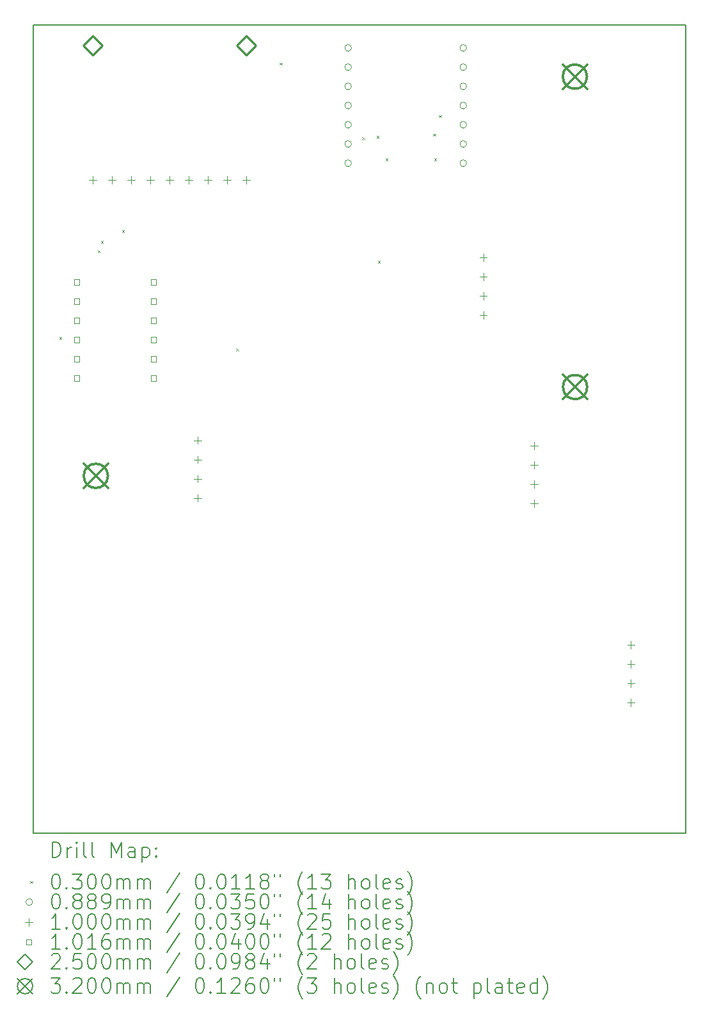
<source format=gbr>
%TF.GenerationSoftware,KiCad,Pcbnew,9.0.6*%
%TF.CreationDate,2025-12-15T19:17:13+00:00*%
%TF.ProjectId,VoltaPCB,566f6c74-6150-4434-922e-6b696361645f,rev?*%
%TF.SameCoordinates,Original*%
%TF.FileFunction,Drillmap*%
%TF.FilePolarity,Positive*%
%FSLAX45Y45*%
G04 Gerber Fmt 4.5, Leading zero omitted, Abs format (unit mm)*
G04 Created by KiCad (PCBNEW 9.0.6) date 2025-12-15 19:17:13*
%MOMM*%
%LPD*%
G01*
G04 APERTURE LIST*
%ADD10C,0.200000*%
%ADD11C,0.100000*%
%ADD12C,0.101600*%
%ADD13C,0.250000*%
%ADD14C,0.320000*%
G04 APERTURE END LIST*
D10*
X9570000Y-2945000D02*
X18207000Y-2945000D01*
X18207000Y-13630000D01*
X9570000Y-13630000D01*
X9570000Y-2945000D01*
D11*
X9912000Y-7075000D02*
X9942000Y-7105000D01*
X9942000Y-7075000D02*
X9912000Y-7105000D01*
X10423000Y-5927000D02*
X10453000Y-5957000D01*
X10453000Y-5927000D02*
X10423000Y-5957000D01*
X10465000Y-5802000D02*
X10495000Y-5832000D01*
X10495000Y-5802000D02*
X10465000Y-5832000D01*
X10743000Y-5660000D02*
X10773000Y-5690000D01*
X10773000Y-5660000D02*
X10743000Y-5690000D01*
X12253000Y-7227000D02*
X12283000Y-7257000D01*
X12283000Y-7227000D02*
X12253000Y-7257000D01*
X12831000Y-3447000D02*
X12861000Y-3477000D01*
X12861000Y-3447000D02*
X12831000Y-3477000D01*
X13924000Y-4431000D02*
X13954000Y-4461000D01*
X13954000Y-4431000D02*
X13924000Y-4461000D01*
X14112000Y-4416000D02*
X14142000Y-4446000D01*
X14142000Y-4416000D02*
X14112000Y-4446000D01*
X14131000Y-6064000D02*
X14161000Y-6094000D01*
X14161000Y-6064000D02*
X14131000Y-6094000D01*
X14230000Y-4711000D02*
X14260000Y-4741000D01*
X14260000Y-4711000D02*
X14230000Y-4741000D01*
X14861000Y-4385000D02*
X14891000Y-4415000D01*
X14891000Y-4385000D02*
X14861000Y-4415000D01*
X14876000Y-4710000D02*
X14906000Y-4740000D01*
X14906000Y-4710000D02*
X14876000Y-4740000D01*
X14937000Y-4140000D02*
X14967000Y-4170000D01*
X14967000Y-4140000D02*
X14937000Y-4170000D01*
X13780450Y-3252000D02*
G75*
G02*
X13691550Y-3252000I-44450J0D01*
G01*
X13691550Y-3252000D02*
G75*
G02*
X13780450Y-3252000I44450J0D01*
G01*
X13780450Y-3506000D02*
G75*
G02*
X13691550Y-3506000I-44450J0D01*
G01*
X13691550Y-3506000D02*
G75*
G02*
X13780450Y-3506000I44450J0D01*
G01*
X13780450Y-3760000D02*
G75*
G02*
X13691550Y-3760000I-44450J0D01*
G01*
X13691550Y-3760000D02*
G75*
G02*
X13780450Y-3760000I44450J0D01*
G01*
X13780450Y-4014000D02*
G75*
G02*
X13691550Y-4014000I-44450J0D01*
G01*
X13691550Y-4014000D02*
G75*
G02*
X13780450Y-4014000I44450J0D01*
G01*
X13780450Y-4268000D02*
G75*
G02*
X13691550Y-4268000I-44450J0D01*
G01*
X13691550Y-4268000D02*
G75*
G02*
X13780450Y-4268000I44450J0D01*
G01*
X13780450Y-4522000D02*
G75*
G02*
X13691550Y-4522000I-44450J0D01*
G01*
X13691550Y-4522000D02*
G75*
G02*
X13780450Y-4522000I44450J0D01*
G01*
X13780450Y-4776000D02*
G75*
G02*
X13691550Y-4776000I-44450J0D01*
G01*
X13691550Y-4776000D02*
G75*
G02*
X13780450Y-4776000I44450J0D01*
G01*
X15304450Y-3252000D02*
G75*
G02*
X15215550Y-3252000I-44450J0D01*
G01*
X15215550Y-3252000D02*
G75*
G02*
X15304450Y-3252000I44450J0D01*
G01*
X15304450Y-3506000D02*
G75*
G02*
X15215550Y-3506000I-44450J0D01*
G01*
X15215550Y-3506000D02*
G75*
G02*
X15304450Y-3506000I44450J0D01*
G01*
X15304450Y-3760000D02*
G75*
G02*
X15215550Y-3760000I-44450J0D01*
G01*
X15215550Y-3760000D02*
G75*
G02*
X15304450Y-3760000I44450J0D01*
G01*
X15304450Y-4014000D02*
G75*
G02*
X15215550Y-4014000I-44450J0D01*
G01*
X15215550Y-4014000D02*
G75*
G02*
X15304450Y-4014000I44450J0D01*
G01*
X15304450Y-4268000D02*
G75*
G02*
X15215550Y-4268000I-44450J0D01*
G01*
X15215550Y-4268000D02*
G75*
G02*
X15304450Y-4268000I44450J0D01*
G01*
X15304450Y-4522000D02*
G75*
G02*
X15215550Y-4522000I-44450J0D01*
G01*
X15215550Y-4522000D02*
G75*
G02*
X15304450Y-4522000I44450J0D01*
G01*
X15304450Y-4776000D02*
G75*
G02*
X15215550Y-4776000I-44450J0D01*
G01*
X15215550Y-4776000D02*
G75*
G02*
X15304450Y-4776000I44450J0D01*
G01*
X10354750Y-4949000D02*
X10354750Y-5049000D01*
X10304750Y-4999000D02*
X10404750Y-4999000D01*
X10608750Y-4949000D02*
X10608750Y-5049000D01*
X10558750Y-4999000D02*
X10658750Y-4999000D01*
X10862750Y-4949000D02*
X10862750Y-5049000D01*
X10812750Y-4999000D02*
X10912750Y-4999000D01*
X11116750Y-4949000D02*
X11116750Y-5049000D01*
X11066750Y-4999000D02*
X11166750Y-4999000D01*
X11370750Y-4949000D02*
X11370750Y-5049000D01*
X11320750Y-4999000D02*
X11420750Y-4999000D01*
X11624750Y-4949000D02*
X11624750Y-5049000D01*
X11574750Y-4999000D02*
X11674750Y-4999000D01*
X11744000Y-8389000D02*
X11744000Y-8489000D01*
X11694000Y-8439000D02*
X11794000Y-8439000D01*
X11744000Y-8643000D02*
X11744000Y-8743000D01*
X11694000Y-8693000D02*
X11794000Y-8693000D01*
X11744000Y-8897000D02*
X11744000Y-8997000D01*
X11694000Y-8947000D02*
X11794000Y-8947000D01*
X11744000Y-9151000D02*
X11744000Y-9251000D01*
X11694000Y-9201000D02*
X11794000Y-9201000D01*
X11878750Y-4949000D02*
X11878750Y-5049000D01*
X11828750Y-4999000D02*
X11928750Y-4999000D01*
X12132750Y-4949000D02*
X12132750Y-5049000D01*
X12082750Y-4999000D02*
X12182750Y-4999000D01*
X12386750Y-4949000D02*
X12386750Y-5049000D01*
X12336750Y-4999000D02*
X12436750Y-4999000D01*
X15525500Y-5972500D02*
X15525500Y-6072500D01*
X15475500Y-6022500D02*
X15575500Y-6022500D01*
X15525500Y-6226500D02*
X15525500Y-6326500D01*
X15475500Y-6276500D02*
X15575500Y-6276500D01*
X15525500Y-6480500D02*
X15525500Y-6580500D01*
X15475500Y-6530500D02*
X15575500Y-6530500D01*
X15525500Y-6734500D02*
X15525500Y-6834500D01*
X15475500Y-6784500D02*
X15575500Y-6784500D01*
X16201000Y-8458000D02*
X16201000Y-8558000D01*
X16151000Y-8508000D02*
X16251000Y-8508000D01*
X16201000Y-8712000D02*
X16201000Y-8812000D01*
X16151000Y-8762000D02*
X16251000Y-8762000D01*
X16201000Y-8966000D02*
X16201000Y-9066000D01*
X16151000Y-9016000D02*
X16251000Y-9016000D01*
X16201000Y-9220000D02*
X16201000Y-9320000D01*
X16151000Y-9270000D02*
X16251000Y-9270000D01*
X17480000Y-11097000D02*
X17480000Y-11197000D01*
X17430000Y-11147000D02*
X17530000Y-11147000D01*
X17480000Y-11351000D02*
X17480000Y-11451000D01*
X17430000Y-11401000D02*
X17530000Y-11401000D01*
X17480000Y-11605000D02*
X17480000Y-11705000D01*
X17430000Y-11655000D02*
X17530000Y-11655000D01*
X17480000Y-11859000D02*
X17480000Y-11959000D01*
X17430000Y-11909000D02*
X17530000Y-11909000D01*
D12*
X10180921Y-6381921D02*
X10180921Y-6310079D01*
X10109079Y-6310079D01*
X10109079Y-6381921D01*
X10180921Y-6381921D01*
X10180921Y-6635921D02*
X10180921Y-6564079D01*
X10109079Y-6564079D01*
X10109079Y-6635921D01*
X10180921Y-6635921D01*
X10180921Y-6889921D02*
X10180921Y-6818079D01*
X10109079Y-6818079D01*
X10109079Y-6889921D01*
X10180921Y-6889921D01*
X10180921Y-7143921D02*
X10180921Y-7072079D01*
X10109079Y-7072079D01*
X10109079Y-7143921D01*
X10180921Y-7143921D01*
X10180921Y-7397921D02*
X10180921Y-7326079D01*
X10109079Y-7326079D01*
X10109079Y-7397921D01*
X10180921Y-7397921D01*
X10180921Y-7651921D02*
X10180921Y-7580079D01*
X10109079Y-7580079D01*
X10109079Y-7651921D01*
X10180921Y-7651921D01*
X11196921Y-6381921D02*
X11196921Y-6310079D01*
X11125079Y-6310079D01*
X11125079Y-6381921D01*
X11196921Y-6381921D01*
X11196921Y-6635921D02*
X11196921Y-6564079D01*
X11125079Y-6564079D01*
X11125079Y-6635921D01*
X11196921Y-6635921D01*
X11196921Y-6889921D02*
X11196921Y-6818079D01*
X11125079Y-6818079D01*
X11125079Y-6889921D01*
X11196921Y-6889921D01*
X11196921Y-7143921D02*
X11196921Y-7072079D01*
X11125079Y-7072079D01*
X11125079Y-7143921D01*
X11196921Y-7143921D01*
X11196921Y-7397921D02*
X11196921Y-7326079D01*
X11125079Y-7326079D01*
X11125079Y-7397921D01*
X11196921Y-7397921D01*
X11196921Y-7651921D02*
X11196921Y-7580079D01*
X11125079Y-7580079D01*
X11125079Y-7651921D01*
X11196921Y-7651921D01*
D13*
X10354750Y-3346000D02*
X10479750Y-3221000D01*
X10354750Y-3096000D01*
X10229750Y-3221000D01*
X10354750Y-3346000D01*
X12386750Y-3346000D02*
X12511750Y-3221000D01*
X12386750Y-3096000D01*
X12261750Y-3221000D01*
X12386750Y-3346000D01*
D14*
X10236000Y-8749000D02*
X10556000Y-9069000D01*
X10556000Y-8749000D02*
X10236000Y-9069000D01*
X10556000Y-8909000D02*
G75*
G02*
X10236000Y-8909000I-160000J0D01*
G01*
X10236000Y-8909000D02*
G75*
G02*
X10556000Y-8909000I160000J0D01*
G01*
X16577000Y-3471000D02*
X16897000Y-3791000D01*
X16897000Y-3471000D02*
X16577000Y-3791000D01*
X16897000Y-3631000D02*
G75*
G02*
X16577000Y-3631000I-160000J0D01*
G01*
X16577000Y-3631000D02*
G75*
G02*
X16897000Y-3631000I160000J0D01*
G01*
X16580000Y-7575000D02*
X16900000Y-7895000D01*
X16900000Y-7575000D02*
X16580000Y-7895000D01*
X16900000Y-7735000D02*
G75*
G02*
X16580000Y-7735000I-160000J0D01*
G01*
X16580000Y-7735000D02*
G75*
G02*
X16900000Y-7735000I160000J0D01*
G01*
D10*
X9820777Y-13951484D02*
X9820777Y-13751484D01*
X9820777Y-13751484D02*
X9868396Y-13751484D01*
X9868396Y-13751484D02*
X9896967Y-13761008D01*
X9896967Y-13761008D02*
X9916015Y-13780055D01*
X9916015Y-13780055D02*
X9925539Y-13799103D01*
X9925539Y-13799103D02*
X9935063Y-13837198D01*
X9935063Y-13837198D02*
X9935063Y-13865769D01*
X9935063Y-13865769D02*
X9925539Y-13903865D01*
X9925539Y-13903865D02*
X9916015Y-13922912D01*
X9916015Y-13922912D02*
X9896967Y-13941960D01*
X9896967Y-13941960D02*
X9868396Y-13951484D01*
X9868396Y-13951484D02*
X9820777Y-13951484D01*
X10020777Y-13951484D02*
X10020777Y-13818150D01*
X10020777Y-13856246D02*
X10030301Y-13837198D01*
X10030301Y-13837198D02*
X10039824Y-13827674D01*
X10039824Y-13827674D02*
X10058872Y-13818150D01*
X10058872Y-13818150D02*
X10077920Y-13818150D01*
X10144586Y-13951484D02*
X10144586Y-13818150D01*
X10144586Y-13751484D02*
X10135063Y-13761008D01*
X10135063Y-13761008D02*
X10144586Y-13770531D01*
X10144586Y-13770531D02*
X10154110Y-13761008D01*
X10154110Y-13761008D02*
X10144586Y-13751484D01*
X10144586Y-13751484D02*
X10144586Y-13770531D01*
X10268396Y-13951484D02*
X10249348Y-13941960D01*
X10249348Y-13941960D02*
X10239824Y-13922912D01*
X10239824Y-13922912D02*
X10239824Y-13751484D01*
X10373158Y-13951484D02*
X10354110Y-13941960D01*
X10354110Y-13941960D02*
X10344586Y-13922912D01*
X10344586Y-13922912D02*
X10344586Y-13751484D01*
X10601729Y-13951484D02*
X10601729Y-13751484D01*
X10601729Y-13751484D02*
X10668396Y-13894341D01*
X10668396Y-13894341D02*
X10735063Y-13751484D01*
X10735063Y-13751484D02*
X10735063Y-13951484D01*
X10916015Y-13951484D02*
X10916015Y-13846722D01*
X10916015Y-13846722D02*
X10906491Y-13827674D01*
X10906491Y-13827674D02*
X10887444Y-13818150D01*
X10887444Y-13818150D02*
X10849348Y-13818150D01*
X10849348Y-13818150D02*
X10830301Y-13827674D01*
X10916015Y-13941960D02*
X10896967Y-13951484D01*
X10896967Y-13951484D02*
X10849348Y-13951484D01*
X10849348Y-13951484D02*
X10830301Y-13941960D01*
X10830301Y-13941960D02*
X10820777Y-13922912D01*
X10820777Y-13922912D02*
X10820777Y-13903865D01*
X10820777Y-13903865D02*
X10830301Y-13884817D01*
X10830301Y-13884817D02*
X10849348Y-13875293D01*
X10849348Y-13875293D02*
X10896967Y-13875293D01*
X10896967Y-13875293D02*
X10916015Y-13865769D01*
X11011253Y-13818150D02*
X11011253Y-14018150D01*
X11011253Y-13827674D02*
X11030301Y-13818150D01*
X11030301Y-13818150D02*
X11068396Y-13818150D01*
X11068396Y-13818150D02*
X11087444Y-13827674D01*
X11087444Y-13827674D02*
X11096967Y-13837198D01*
X11096967Y-13837198D02*
X11106491Y-13856246D01*
X11106491Y-13856246D02*
X11106491Y-13913388D01*
X11106491Y-13913388D02*
X11096967Y-13932436D01*
X11096967Y-13932436D02*
X11087444Y-13941960D01*
X11087444Y-13941960D02*
X11068396Y-13951484D01*
X11068396Y-13951484D02*
X11030301Y-13951484D01*
X11030301Y-13951484D02*
X11011253Y-13941960D01*
X11192205Y-13932436D02*
X11201729Y-13941960D01*
X11201729Y-13941960D02*
X11192205Y-13951484D01*
X11192205Y-13951484D02*
X11182682Y-13941960D01*
X11182682Y-13941960D02*
X11192205Y-13932436D01*
X11192205Y-13932436D02*
X11192205Y-13951484D01*
X11192205Y-13827674D02*
X11201729Y-13837198D01*
X11201729Y-13837198D02*
X11192205Y-13846722D01*
X11192205Y-13846722D02*
X11182682Y-13837198D01*
X11182682Y-13837198D02*
X11192205Y-13827674D01*
X11192205Y-13827674D02*
X11192205Y-13846722D01*
D11*
X9530000Y-14265000D02*
X9560000Y-14295000D01*
X9560000Y-14265000D02*
X9530000Y-14295000D01*
D10*
X9858872Y-14171484D02*
X9877920Y-14171484D01*
X9877920Y-14171484D02*
X9896967Y-14181008D01*
X9896967Y-14181008D02*
X9906491Y-14190531D01*
X9906491Y-14190531D02*
X9916015Y-14209579D01*
X9916015Y-14209579D02*
X9925539Y-14247674D01*
X9925539Y-14247674D02*
X9925539Y-14295293D01*
X9925539Y-14295293D02*
X9916015Y-14333388D01*
X9916015Y-14333388D02*
X9906491Y-14352436D01*
X9906491Y-14352436D02*
X9896967Y-14361960D01*
X9896967Y-14361960D02*
X9877920Y-14371484D01*
X9877920Y-14371484D02*
X9858872Y-14371484D01*
X9858872Y-14371484D02*
X9839824Y-14361960D01*
X9839824Y-14361960D02*
X9830301Y-14352436D01*
X9830301Y-14352436D02*
X9820777Y-14333388D01*
X9820777Y-14333388D02*
X9811253Y-14295293D01*
X9811253Y-14295293D02*
X9811253Y-14247674D01*
X9811253Y-14247674D02*
X9820777Y-14209579D01*
X9820777Y-14209579D02*
X9830301Y-14190531D01*
X9830301Y-14190531D02*
X9839824Y-14181008D01*
X9839824Y-14181008D02*
X9858872Y-14171484D01*
X10011253Y-14352436D02*
X10020777Y-14361960D01*
X10020777Y-14361960D02*
X10011253Y-14371484D01*
X10011253Y-14371484D02*
X10001729Y-14361960D01*
X10001729Y-14361960D02*
X10011253Y-14352436D01*
X10011253Y-14352436D02*
X10011253Y-14371484D01*
X10087444Y-14171484D02*
X10211253Y-14171484D01*
X10211253Y-14171484D02*
X10144586Y-14247674D01*
X10144586Y-14247674D02*
X10173158Y-14247674D01*
X10173158Y-14247674D02*
X10192205Y-14257198D01*
X10192205Y-14257198D02*
X10201729Y-14266722D01*
X10201729Y-14266722D02*
X10211253Y-14285769D01*
X10211253Y-14285769D02*
X10211253Y-14333388D01*
X10211253Y-14333388D02*
X10201729Y-14352436D01*
X10201729Y-14352436D02*
X10192205Y-14361960D01*
X10192205Y-14361960D02*
X10173158Y-14371484D01*
X10173158Y-14371484D02*
X10116015Y-14371484D01*
X10116015Y-14371484D02*
X10096967Y-14361960D01*
X10096967Y-14361960D02*
X10087444Y-14352436D01*
X10335063Y-14171484D02*
X10354110Y-14171484D01*
X10354110Y-14171484D02*
X10373158Y-14181008D01*
X10373158Y-14181008D02*
X10382682Y-14190531D01*
X10382682Y-14190531D02*
X10392205Y-14209579D01*
X10392205Y-14209579D02*
X10401729Y-14247674D01*
X10401729Y-14247674D02*
X10401729Y-14295293D01*
X10401729Y-14295293D02*
X10392205Y-14333388D01*
X10392205Y-14333388D02*
X10382682Y-14352436D01*
X10382682Y-14352436D02*
X10373158Y-14361960D01*
X10373158Y-14361960D02*
X10354110Y-14371484D01*
X10354110Y-14371484D02*
X10335063Y-14371484D01*
X10335063Y-14371484D02*
X10316015Y-14361960D01*
X10316015Y-14361960D02*
X10306491Y-14352436D01*
X10306491Y-14352436D02*
X10296967Y-14333388D01*
X10296967Y-14333388D02*
X10287444Y-14295293D01*
X10287444Y-14295293D02*
X10287444Y-14247674D01*
X10287444Y-14247674D02*
X10296967Y-14209579D01*
X10296967Y-14209579D02*
X10306491Y-14190531D01*
X10306491Y-14190531D02*
X10316015Y-14181008D01*
X10316015Y-14181008D02*
X10335063Y-14171484D01*
X10525539Y-14171484D02*
X10544586Y-14171484D01*
X10544586Y-14171484D02*
X10563634Y-14181008D01*
X10563634Y-14181008D02*
X10573158Y-14190531D01*
X10573158Y-14190531D02*
X10582682Y-14209579D01*
X10582682Y-14209579D02*
X10592205Y-14247674D01*
X10592205Y-14247674D02*
X10592205Y-14295293D01*
X10592205Y-14295293D02*
X10582682Y-14333388D01*
X10582682Y-14333388D02*
X10573158Y-14352436D01*
X10573158Y-14352436D02*
X10563634Y-14361960D01*
X10563634Y-14361960D02*
X10544586Y-14371484D01*
X10544586Y-14371484D02*
X10525539Y-14371484D01*
X10525539Y-14371484D02*
X10506491Y-14361960D01*
X10506491Y-14361960D02*
X10496967Y-14352436D01*
X10496967Y-14352436D02*
X10487444Y-14333388D01*
X10487444Y-14333388D02*
X10477920Y-14295293D01*
X10477920Y-14295293D02*
X10477920Y-14247674D01*
X10477920Y-14247674D02*
X10487444Y-14209579D01*
X10487444Y-14209579D02*
X10496967Y-14190531D01*
X10496967Y-14190531D02*
X10506491Y-14181008D01*
X10506491Y-14181008D02*
X10525539Y-14171484D01*
X10677920Y-14371484D02*
X10677920Y-14238150D01*
X10677920Y-14257198D02*
X10687444Y-14247674D01*
X10687444Y-14247674D02*
X10706491Y-14238150D01*
X10706491Y-14238150D02*
X10735063Y-14238150D01*
X10735063Y-14238150D02*
X10754110Y-14247674D01*
X10754110Y-14247674D02*
X10763634Y-14266722D01*
X10763634Y-14266722D02*
X10763634Y-14371484D01*
X10763634Y-14266722D02*
X10773158Y-14247674D01*
X10773158Y-14247674D02*
X10792205Y-14238150D01*
X10792205Y-14238150D02*
X10820777Y-14238150D01*
X10820777Y-14238150D02*
X10839825Y-14247674D01*
X10839825Y-14247674D02*
X10849348Y-14266722D01*
X10849348Y-14266722D02*
X10849348Y-14371484D01*
X10944586Y-14371484D02*
X10944586Y-14238150D01*
X10944586Y-14257198D02*
X10954110Y-14247674D01*
X10954110Y-14247674D02*
X10973158Y-14238150D01*
X10973158Y-14238150D02*
X11001729Y-14238150D01*
X11001729Y-14238150D02*
X11020777Y-14247674D01*
X11020777Y-14247674D02*
X11030301Y-14266722D01*
X11030301Y-14266722D02*
X11030301Y-14371484D01*
X11030301Y-14266722D02*
X11039825Y-14247674D01*
X11039825Y-14247674D02*
X11058872Y-14238150D01*
X11058872Y-14238150D02*
X11087444Y-14238150D01*
X11087444Y-14238150D02*
X11106491Y-14247674D01*
X11106491Y-14247674D02*
X11116015Y-14266722D01*
X11116015Y-14266722D02*
X11116015Y-14371484D01*
X11506491Y-14161960D02*
X11335063Y-14419103D01*
X11763634Y-14171484D02*
X11782682Y-14171484D01*
X11782682Y-14171484D02*
X11801729Y-14181008D01*
X11801729Y-14181008D02*
X11811253Y-14190531D01*
X11811253Y-14190531D02*
X11820777Y-14209579D01*
X11820777Y-14209579D02*
X11830301Y-14247674D01*
X11830301Y-14247674D02*
X11830301Y-14295293D01*
X11830301Y-14295293D02*
X11820777Y-14333388D01*
X11820777Y-14333388D02*
X11811253Y-14352436D01*
X11811253Y-14352436D02*
X11801729Y-14361960D01*
X11801729Y-14361960D02*
X11782682Y-14371484D01*
X11782682Y-14371484D02*
X11763634Y-14371484D01*
X11763634Y-14371484D02*
X11744586Y-14361960D01*
X11744586Y-14361960D02*
X11735063Y-14352436D01*
X11735063Y-14352436D02*
X11725539Y-14333388D01*
X11725539Y-14333388D02*
X11716015Y-14295293D01*
X11716015Y-14295293D02*
X11716015Y-14247674D01*
X11716015Y-14247674D02*
X11725539Y-14209579D01*
X11725539Y-14209579D02*
X11735063Y-14190531D01*
X11735063Y-14190531D02*
X11744586Y-14181008D01*
X11744586Y-14181008D02*
X11763634Y-14171484D01*
X11916015Y-14352436D02*
X11925539Y-14361960D01*
X11925539Y-14361960D02*
X11916015Y-14371484D01*
X11916015Y-14371484D02*
X11906491Y-14361960D01*
X11906491Y-14361960D02*
X11916015Y-14352436D01*
X11916015Y-14352436D02*
X11916015Y-14371484D01*
X12049348Y-14171484D02*
X12068396Y-14171484D01*
X12068396Y-14171484D02*
X12087444Y-14181008D01*
X12087444Y-14181008D02*
X12096967Y-14190531D01*
X12096967Y-14190531D02*
X12106491Y-14209579D01*
X12106491Y-14209579D02*
X12116015Y-14247674D01*
X12116015Y-14247674D02*
X12116015Y-14295293D01*
X12116015Y-14295293D02*
X12106491Y-14333388D01*
X12106491Y-14333388D02*
X12096967Y-14352436D01*
X12096967Y-14352436D02*
X12087444Y-14361960D01*
X12087444Y-14361960D02*
X12068396Y-14371484D01*
X12068396Y-14371484D02*
X12049348Y-14371484D01*
X12049348Y-14371484D02*
X12030301Y-14361960D01*
X12030301Y-14361960D02*
X12020777Y-14352436D01*
X12020777Y-14352436D02*
X12011253Y-14333388D01*
X12011253Y-14333388D02*
X12001729Y-14295293D01*
X12001729Y-14295293D02*
X12001729Y-14247674D01*
X12001729Y-14247674D02*
X12011253Y-14209579D01*
X12011253Y-14209579D02*
X12020777Y-14190531D01*
X12020777Y-14190531D02*
X12030301Y-14181008D01*
X12030301Y-14181008D02*
X12049348Y-14171484D01*
X12306491Y-14371484D02*
X12192206Y-14371484D01*
X12249348Y-14371484D02*
X12249348Y-14171484D01*
X12249348Y-14171484D02*
X12230301Y-14200055D01*
X12230301Y-14200055D02*
X12211253Y-14219103D01*
X12211253Y-14219103D02*
X12192206Y-14228627D01*
X12496967Y-14371484D02*
X12382682Y-14371484D01*
X12439825Y-14371484D02*
X12439825Y-14171484D01*
X12439825Y-14171484D02*
X12420777Y-14200055D01*
X12420777Y-14200055D02*
X12401729Y-14219103D01*
X12401729Y-14219103D02*
X12382682Y-14228627D01*
X12611253Y-14257198D02*
X12592206Y-14247674D01*
X12592206Y-14247674D02*
X12582682Y-14238150D01*
X12582682Y-14238150D02*
X12573158Y-14219103D01*
X12573158Y-14219103D02*
X12573158Y-14209579D01*
X12573158Y-14209579D02*
X12582682Y-14190531D01*
X12582682Y-14190531D02*
X12592206Y-14181008D01*
X12592206Y-14181008D02*
X12611253Y-14171484D01*
X12611253Y-14171484D02*
X12649348Y-14171484D01*
X12649348Y-14171484D02*
X12668396Y-14181008D01*
X12668396Y-14181008D02*
X12677920Y-14190531D01*
X12677920Y-14190531D02*
X12687444Y-14209579D01*
X12687444Y-14209579D02*
X12687444Y-14219103D01*
X12687444Y-14219103D02*
X12677920Y-14238150D01*
X12677920Y-14238150D02*
X12668396Y-14247674D01*
X12668396Y-14247674D02*
X12649348Y-14257198D01*
X12649348Y-14257198D02*
X12611253Y-14257198D01*
X12611253Y-14257198D02*
X12592206Y-14266722D01*
X12592206Y-14266722D02*
X12582682Y-14276246D01*
X12582682Y-14276246D02*
X12573158Y-14295293D01*
X12573158Y-14295293D02*
X12573158Y-14333388D01*
X12573158Y-14333388D02*
X12582682Y-14352436D01*
X12582682Y-14352436D02*
X12592206Y-14361960D01*
X12592206Y-14361960D02*
X12611253Y-14371484D01*
X12611253Y-14371484D02*
X12649348Y-14371484D01*
X12649348Y-14371484D02*
X12668396Y-14361960D01*
X12668396Y-14361960D02*
X12677920Y-14352436D01*
X12677920Y-14352436D02*
X12687444Y-14333388D01*
X12687444Y-14333388D02*
X12687444Y-14295293D01*
X12687444Y-14295293D02*
X12677920Y-14276246D01*
X12677920Y-14276246D02*
X12668396Y-14266722D01*
X12668396Y-14266722D02*
X12649348Y-14257198D01*
X12763634Y-14171484D02*
X12763634Y-14209579D01*
X12839825Y-14171484D02*
X12839825Y-14209579D01*
X13135063Y-14447674D02*
X13125539Y-14438150D01*
X13125539Y-14438150D02*
X13106491Y-14409579D01*
X13106491Y-14409579D02*
X13096968Y-14390531D01*
X13096968Y-14390531D02*
X13087444Y-14361960D01*
X13087444Y-14361960D02*
X13077920Y-14314341D01*
X13077920Y-14314341D02*
X13077920Y-14276246D01*
X13077920Y-14276246D02*
X13087444Y-14228627D01*
X13087444Y-14228627D02*
X13096968Y-14200055D01*
X13096968Y-14200055D02*
X13106491Y-14181008D01*
X13106491Y-14181008D02*
X13125539Y-14152436D01*
X13125539Y-14152436D02*
X13135063Y-14142912D01*
X13316015Y-14371484D02*
X13201729Y-14371484D01*
X13258872Y-14371484D02*
X13258872Y-14171484D01*
X13258872Y-14171484D02*
X13239825Y-14200055D01*
X13239825Y-14200055D02*
X13220777Y-14219103D01*
X13220777Y-14219103D02*
X13201729Y-14228627D01*
X13382682Y-14171484D02*
X13506491Y-14171484D01*
X13506491Y-14171484D02*
X13439825Y-14247674D01*
X13439825Y-14247674D02*
X13468396Y-14247674D01*
X13468396Y-14247674D02*
X13487444Y-14257198D01*
X13487444Y-14257198D02*
X13496968Y-14266722D01*
X13496968Y-14266722D02*
X13506491Y-14285769D01*
X13506491Y-14285769D02*
X13506491Y-14333388D01*
X13506491Y-14333388D02*
X13496968Y-14352436D01*
X13496968Y-14352436D02*
X13487444Y-14361960D01*
X13487444Y-14361960D02*
X13468396Y-14371484D01*
X13468396Y-14371484D02*
X13411253Y-14371484D01*
X13411253Y-14371484D02*
X13392206Y-14361960D01*
X13392206Y-14361960D02*
X13382682Y-14352436D01*
X13744587Y-14371484D02*
X13744587Y-14171484D01*
X13830301Y-14371484D02*
X13830301Y-14266722D01*
X13830301Y-14266722D02*
X13820777Y-14247674D01*
X13820777Y-14247674D02*
X13801730Y-14238150D01*
X13801730Y-14238150D02*
X13773158Y-14238150D01*
X13773158Y-14238150D02*
X13754110Y-14247674D01*
X13754110Y-14247674D02*
X13744587Y-14257198D01*
X13954110Y-14371484D02*
X13935063Y-14361960D01*
X13935063Y-14361960D02*
X13925539Y-14352436D01*
X13925539Y-14352436D02*
X13916015Y-14333388D01*
X13916015Y-14333388D02*
X13916015Y-14276246D01*
X13916015Y-14276246D02*
X13925539Y-14257198D01*
X13925539Y-14257198D02*
X13935063Y-14247674D01*
X13935063Y-14247674D02*
X13954110Y-14238150D01*
X13954110Y-14238150D02*
X13982682Y-14238150D01*
X13982682Y-14238150D02*
X14001730Y-14247674D01*
X14001730Y-14247674D02*
X14011253Y-14257198D01*
X14011253Y-14257198D02*
X14020777Y-14276246D01*
X14020777Y-14276246D02*
X14020777Y-14333388D01*
X14020777Y-14333388D02*
X14011253Y-14352436D01*
X14011253Y-14352436D02*
X14001730Y-14361960D01*
X14001730Y-14361960D02*
X13982682Y-14371484D01*
X13982682Y-14371484D02*
X13954110Y-14371484D01*
X14135063Y-14371484D02*
X14116015Y-14361960D01*
X14116015Y-14361960D02*
X14106491Y-14342912D01*
X14106491Y-14342912D02*
X14106491Y-14171484D01*
X14287444Y-14361960D02*
X14268396Y-14371484D01*
X14268396Y-14371484D02*
X14230301Y-14371484D01*
X14230301Y-14371484D02*
X14211253Y-14361960D01*
X14211253Y-14361960D02*
X14201730Y-14342912D01*
X14201730Y-14342912D02*
X14201730Y-14266722D01*
X14201730Y-14266722D02*
X14211253Y-14247674D01*
X14211253Y-14247674D02*
X14230301Y-14238150D01*
X14230301Y-14238150D02*
X14268396Y-14238150D01*
X14268396Y-14238150D02*
X14287444Y-14247674D01*
X14287444Y-14247674D02*
X14296968Y-14266722D01*
X14296968Y-14266722D02*
X14296968Y-14285769D01*
X14296968Y-14285769D02*
X14201730Y-14304817D01*
X14373158Y-14361960D02*
X14392206Y-14371484D01*
X14392206Y-14371484D02*
X14430301Y-14371484D01*
X14430301Y-14371484D02*
X14449349Y-14361960D01*
X14449349Y-14361960D02*
X14458872Y-14342912D01*
X14458872Y-14342912D02*
X14458872Y-14333388D01*
X14458872Y-14333388D02*
X14449349Y-14314341D01*
X14449349Y-14314341D02*
X14430301Y-14304817D01*
X14430301Y-14304817D02*
X14401730Y-14304817D01*
X14401730Y-14304817D02*
X14382682Y-14295293D01*
X14382682Y-14295293D02*
X14373158Y-14276246D01*
X14373158Y-14276246D02*
X14373158Y-14266722D01*
X14373158Y-14266722D02*
X14382682Y-14247674D01*
X14382682Y-14247674D02*
X14401730Y-14238150D01*
X14401730Y-14238150D02*
X14430301Y-14238150D01*
X14430301Y-14238150D02*
X14449349Y-14247674D01*
X14525539Y-14447674D02*
X14535063Y-14438150D01*
X14535063Y-14438150D02*
X14554111Y-14409579D01*
X14554111Y-14409579D02*
X14563634Y-14390531D01*
X14563634Y-14390531D02*
X14573158Y-14361960D01*
X14573158Y-14361960D02*
X14582682Y-14314341D01*
X14582682Y-14314341D02*
X14582682Y-14276246D01*
X14582682Y-14276246D02*
X14573158Y-14228627D01*
X14573158Y-14228627D02*
X14563634Y-14200055D01*
X14563634Y-14200055D02*
X14554111Y-14181008D01*
X14554111Y-14181008D02*
X14535063Y-14152436D01*
X14535063Y-14152436D02*
X14525539Y-14142912D01*
D11*
X9560000Y-14544000D02*
G75*
G02*
X9471100Y-14544000I-44450J0D01*
G01*
X9471100Y-14544000D02*
G75*
G02*
X9560000Y-14544000I44450J0D01*
G01*
D10*
X9858872Y-14435484D02*
X9877920Y-14435484D01*
X9877920Y-14435484D02*
X9896967Y-14445008D01*
X9896967Y-14445008D02*
X9906491Y-14454531D01*
X9906491Y-14454531D02*
X9916015Y-14473579D01*
X9916015Y-14473579D02*
X9925539Y-14511674D01*
X9925539Y-14511674D02*
X9925539Y-14559293D01*
X9925539Y-14559293D02*
X9916015Y-14597388D01*
X9916015Y-14597388D02*
X9906491Y-14616436D01*
X9906491Y-14616436D02*
X9896967Y-14625960D01*
X9896967Y-14625960D02*
X9877920Y-14635484D01*
X9877920Y-14635484D02*
X9858872Y-14635484D01*
X9858872Y-14635484D02*
X9839824Y-14625960D01*
X9839824Y-14625960D02*
X9830301Y-14616436D01*
X9830301Y-14616436D02*
X9820777Y-14597388D01*
X9820777Y-14597388D02*
X9811253Y-14559293D01*
X9811253Y-14559293D02*
X9811253Y-14511674D01*
X9811253Y-14511674D02*
X9820777Y-14473579D01*
X9820777Y-14473579D02*
X9830301Y-14454531D01*
X9830301Y-14454531D02*
X9839824Y-14445008D01*
X9839824Y-14445008D02*
X9858872Y-14435484D01*
X10011253Y-14616436D02*
X10020777Y-14625960D01*
X10020777Y-14625960D02*
X10011253Y-14635484D01*
X10011253Y-14635484D02*
X10001729Y-14625960D01*
X10001729Y-14625960D02*
X10011253Y-14616436D01*
X10011253Y-14616436D02*
X10011253Y-14635484D01*
X10135063Y-14521198D02*
X10116015Y-14511674D01*
X10116015Y-14511674D02*
X10106491Y-14502150D01*
X10106491Y-14502150D02*
X10096967Y-14483103D01*
X10096967Y-14483103D02*
X10096967Y-14473579D01*
X10096967Y-14473579D02*
X10106491Y-14454531D01*
X10106491Y-14454531D02*
X10116015Y-14445008D01*
X10116015Y-14445008D02*
X10135063Y-14435484D01*
X10135063Y-14435484D02*
X10173158Y-14435484D01*
X10173158Y-14435484D02*
X10192205Y-14445008D01*
X10192205Y-14445008D02*
X10201729Y-14454531D01*
X10201729Y-14454531D02*
X10211253Y-14473579D01*
X10211253Y-14473579D02*
X10211253Y-14483103D01*
X10211253Y-14483103D02*
X10201729Y-14502150D01*
X10201729Y-14502150D02*
X10192205Y-14511674D01*
X10192205Y-14511674D02*
X10173158Y-14521198D01*
X10173158Y-14521198D02*
X10135063Y-14521198D01*
X10135063Y-14521198D02*
X10116015Y-14530722D01*
X10116015Y-14530722D02*
X10106491Y-14540246D01*
X10106491Y-14540246D02*
X10096967Y-14559293D01*
X10096967Y-14559293D02*
X10096967Y-14597388D01*
X10096967Y-14597388D02*
X10106491Y-14616436D01*
X10106491Y-14616436D02*
X10116015Y-14625960D01*
X10116015Y-14625960D02*
X10135063Y-14635484D01*
X10135063Y-14635484D02*
X10173158Y-14635484D01*
X10173158Y-14635484D02*
X10192205Y-14625960D01*
X10192205Y-14625960D02*
X10201729Y-14616436D01*
X10201729Y-14616436D02*
X10211253Y-14597388D01*
X10211253Y-14597388D02*
X10211253Y-14559293D01*
X10211253Y-14559293D02*
X10201729Y-14540246D01*
X10201729Y-14540246D02*
X10192205Y-14530722D01*
X10192205Y-14530722D02*
X10173158Y-14521198D01*
X10325539Y-14521198D02*
X10306491Y-14511674D01*
X10306491Y-14511674D02*
X10296967Y-14502150D01*
X10296967Y-14502150D02*
X10287444Y-14483103D01*
X10287444Y-14483103D02*
X10287444Y-14473579D01*
X10287444Y-14473579D02*
X10296967Y-14454531D01*
X10296967Y-14454531D02*
X10306491Y-14445008D01*
X10306491Y-14445008D02*
X10325539Y-14435484D01*
X10325539Y-14435484D02*
X10363634Y-14435484D01*
X10363634Y-14435484D02*
X10382682Y-14445008D01*
X10382682Y-14445008D02*
X10392205Y-14454531D01*
X10392205Y-14454531D02*
X10401729Y-14473579D01*
X10401729Y-14473579D02*
X10401729Y-14483103D01*
X10401729Y-14483103D02*
X10392205Y-14502150D01*
X10392205Y-14502150D02*
X10382682Y-14511674D01*
X10382682Y-14511674D02*
X10363634Y-14521198D01*
X10363634Y-14521198D02*
X10325539Y-14521198D01*
X10325539Y-14521198D02*
X10306491Y-14530722D01*
X10306491Y-14530722D02*
X10296967Y-14540246D01*
X10296967Y-14540246D02*
X10287444Y-14559293D01*
X10287444Y-14559293D02*
X10287444Y-14597388D01*
X10287444Y-14597388D02*
X10296967Y-14616436D01*
X10296967Y-14616436D02*
X10306491Y-14625960D01*
X10306491Y-14625960D02*
X10325539Y-14635484D01*
X10325539Y-14635484D02*
X10363634Y-14635484D01*
X10363634Y-14635484D02*
X10382682Y-14625960D01*
X10382682Y-14625960D02*
X10392205Y-14616436D01*
X10392205Y-14616436D02*
X10401729Y-14597388D01*
X10401729Y-14597388D02*
X10401729Y-14559293D01*
X10401729Y-14559293D02*
X10392205Y-14540246D01*
X10392205Y-14540246D02*
X10382682Y-14530722D01*
X10382682Y-14530722D02*
X10363634Y-14521198D01*
X10496967Y-14635484D02*
X10535063Y-14635484D01*
X10535063Y-14635484D02*
X10554110Y-14625960D01*
X10554110Y-14625960D02*
X10563634Y-14616436D01*
X10563634Y-14616436D02*
X10582682Y-14587865D01*
X10582682Y-14587865D02*
X10592205Y-14549769D01*
X10592205Y-14549769D02*
X10592205Y-14473579D01*
X10592205Y-14473579D02*
X10582682Y-14454531D01*
X10582682Y-14454531D02*
X10573158Y-14445008D01*
X10573158Y-14445008D02*
X10554110Y-14435484D01*
X10554110Y-14435484D02*
X10516015Y-14435484D01*
X10516015Y-14435484D02*
X10496967Y-14445008D01*
X10496967Y-14445008D02*
X10487444Y-14454531D01*
X10487444Y-14454531D02*
X10477920Y-14473579D01*
X10477920Y-14473579D02*
X10477920Y-14521198D01*
X10477920Y-14521198D02*
X10487444Y-14540246D01*
X10487444Y-14540246D02*
X10496967Y-14549769D01*
X10496967Y-14549769D02*
X10516015Y-14559293D01*
X10516015Y-14559293D02*
X10554110Y-14559293D01*
X10554110Y-14559293D02*
X10573158Y-14549769D01*
X10573158Y-14549769D02*
X10582682Y-14540246D01*
X10582682Y-14540246D02*
X10592205Y-14521198D01*
X10677920Y-14635484D02*
X10677920Y-14502150D01*
X10677920Y-14521198D02*
X10687444Y-14511674D01*
X10687444Y-14511674D02*
X10706491Y-14502150D01*
X10706491Y-14502150D02*
X10735063Y-14502150D01*
X10735063Y-14502150D02*
X10754110Y-14511674D01*
X10754110Y-14511674D02*
X10763634Y-14530722D01*
X10763634Y-14530722D02*
X10763634Y-14635484D01*
X10763634Y-14530722D02*
X10773158Y-14511674D01*
X10773158Y-14511674D02*
X10792205Y-14502150D01*
X10792205Y-14502150D02*
X10820777Y-14502150D01*
X10820777Y-14502150D02*
X10839825Y-14511674D01*
X10839825Y-14511674D02*
X10849348Y-14530722D01*
X10849348Y-14530722D02*
X10849348Y-14635484D01*
X10944586Y-14635484D02*
X10944586Y-14502150D01*
X10944586Y-14521198D02*
X10954110Y-14511674D01*
X10954110Y-14511674D02*
X10973158Y-14502150D01*
X10973158Y-14502150D02*
X11001729Y-14502150D01*
X11001729Y-14502150D02*
X11020777Y-14511674D01*
X11020777Y-14511674D02*
X11030301Y-14530722D01*
X11030301Y-14530722D02*
X11030301Y-14635484D01*
X11030301Y-14530722D02*
X11039825Y-14511674D01*
X11039825Y-14511674D02*
X11058872Y-14502150D01*
X11058872Y-14502150D02*
X11087444Y-14502150D01*
X11087444Y-14502150D02*
X11106491Y-14511674D01*
X11106491Y-14511674D02*
X11116015Y-14530722D01*
X11116015Y-14530722D02*
X11116015Y-14635484D01*
X11506491Y-14425960D02*
X11335063Y-14683103D01*
X11763634Y-14435484D02*
X11782682Y-14435484D01*
X11782682Y-14435484D02*
X11801729Y-14445008D01*
X11801729Y-14445008D02*
X11811253Y-14454531D01*
X11811253Y-14454531D02*
X11820777Y-14473579D01*
X11820777Y-14473579D02*
X11830301Y-14511674D01*
X11830301Y-14511674D02*
X11830301Y-14559293D01*
X11830301Y-14559293D02*
X11820777Y-14597388D01*
X11820777Y-14597388D02*
X11811253Y-14616436D01*
X11811253Y-14616436D02*
X11801729Y-14625960D01*
X11801729Y-14625960D02*
X11782682Y-14635484D01*
X11782682Y-14635484D02*
X11763634Y-14635484D01*
X11763634Y-14635484D02*
X11744586Y-14625960D01*
X11744586Y-14625960D02*
X11735063Y-14616436D01*
X11735063Y-14616436D02*
X11725539Y-14597388D01*
X11725539Y-14597388D02*
X11716015Y-14559293D01*
X11716015Y-14559293D02*
X11716015Y-14511674D01*
X11716015Y-14511674D02*
X11725539Y-14473579D01*
X11725539Y-14473579D02*
X11735063Y-14454531D01*
X11735063Y-14454531D02*
X11744586Y-14445008D01*
X11744586Y-14445008D02*
X11763634Y-14435484D01*
X11916015Y-14616436D02*
X11925539Y-14625960D01*
X11925539Y-14625960D02*
X11916015Y-14635484D01*
X11916015Y-14635484D02*
X11906491Y-14625960D01*
X11906491Y-14625960D02*
X11916015Y-14616436D01*
X11916015Y-14616436D02*
X11916015Y-14635484D01*
X12049348Y-14435484D02*
X12068396Y-14435484D01*
X12068396Y-14435484D02*
X12087444Y-14445008D01*
X12087444Y-14445008D02*
X12096967Y-14454531D01*
X12096967Y-14454531D02*
X12106491Y-14473579D01*
X12106491Y-14473579D02*
X12116015Y-14511674D01*
X12116015Y-14511674D02*
X12116015Y-14559293D01*
X12116015Y-14559293D02*
X12106491Y-14597388D01*
X12106491Y-14597388D02*
X12096967Y-14616436D01*
X12096967Y-14616436D02*
X12087444Y-14625960D01*
X12087444Y-14625960D02*
X12068396Y-14635484D01*
X12068396Y-14635484D02*
X12049348Y-14635484D01*
X12049348Y-14635484D02*
X12030301Y-14625960D01*
X12030301Y-14625960D02*
X12020777Y-14616436D01*
X12020777Y-14616436D02*
X12011253Y-14597388D01*
X12011253Y-14597388D02*
X12001729Y-14559293D01*
X12001729Y-14559293D02*
X12001729Y-14511674D01*
X12001729Y-14511674D02*
X12011253Y-14473579D01*
X12011253Y-14473579D02*
X12020777Y-14454531D01*
X12020777Y-14454531D02*
X12030301Y-14445008D01*
X12030301Y-14445008D02*
X12049348Y-14435484D01*
X12182682Y-14435484D02*
X12306491Y-14435484D01*
X12306491Y-14435484D02*
X12239825Y-14511674D01*
X12239825Y-14511674D02*
X12268396Y-14511674D01*
X12268396Y-14511674D02*
X12287444Y-14521198D01*
X12287444Y-14521198D02*
X12296967Y-14530722D01*
X12296967Y-14530722D02*
X12306491Y-14549769D01*
X12306491Y-14549769D02*
X12306491Y-14597388D01*
X12306491Y-14597388D02*
X12296967Y-14616436D01*
X12296967Y-14616436D02*
X12287444Y-14625960D01*
X12287444Y-14625960D02*
X12268396Y-14635484D01*
X12268396Y-14635484D02*
X12211253Y-14635484D01*
X12211253Y-14635484D02*
X12192206Y-14625960D01*
X12192206Y-14625960D02*
X12182682Y-14616436D01*
X12487444Y-14435484D02*
X12392206Y-14435484D01*
X12392206Y-14435484D02*
X12382682Y-14530722D01*
X12382682Y-14530722D02*
X12392206Y-14521198D01*
X12392206Y-14521198D02*
X12411253Y-14511674D01*
X12411253Y-14511674D02*
X12458872Y-14511674D01*
X12458872Y-14511674D02*
X12477920Y-14521198D01*
X12477920Y-14521198D02*
X12487444Y-14530722D01*
X12487444Y-14530722D02*
X12496967Y-14549769D01*
X12496967Y-14549769D02*
X12496967Y-14597388D01*
X12496967Y-14597388D02*
X12487444Y-14616436D01*
X12487444Y-14616436D02*
X12477920Y-14625960D01*
X12477920Y-14625960D02*
X12458872Y-14635484D01*
X12458872Y-14635484D02*
X12411253Y-14635484D01*
X12411253Y-14635484D02*
X12392206Y-14625960D01*
X12392206Y-14625960D02*
X12382682Y-14616436D01*
X12620777Y-14435484D02*
X12639825Y-14435484D01*
X12639825Y-14435484D02*
X12658872Y-14445008D01*
X12658872Y-14445008D02*
X12668396Y-14454531D01*
X12668396Y-14454531D02*
X12677920Y-14473579D01*
X12677920Y-14473579D02*
X12687444Y-14511674D01*
X12687444Y-14511674D02*
X12687444Y-14559293D01*
X12687444Y-14559293D02*
X12677920Y-14597388D01*
X12677920Y-14597388D02*
X12668396Y-14616436D01*
X12668396Y-14616436D02*
X12658872Y-14625960D01*
X12658872Y-14625960D02*
X12639825Y-14635484D01*
X12639825Y-14635484D02*
X12620777Y-14635484D01*
X12620777Y-14635484D02*
X12601729Y-14625960D01*
X12601729Y-14625960D02*
X12592206Y-14616436D01*
X12592206Y-14616436D02*
X12582682Y-14597388D01*
X12582682Y-14597388D02*
X12573158Y-14559293D01*
X12573158Y-14559293D02*
X12573158Y-14511674D01*
X12573158Y-14511674D02*
X12582682Y-14473579D01*
X12582682Y-14473579D02*
X12592206Y-14454531D01*
X12592206Y-14454531D02*
X12601729Y-14445008D01*
X12601729Y-14445008D02*
X12620777Y-14435484D01*
X12763634Y-14435484D02*
X12763634Y-14473579D01*
X12839825Y-14435484D02*
X12839825Y-14473579D01*
X13135063Y-14711674D02*
X13125539Y-14702150D01*
X13125539Y-14702150D02*
X13106491Y-14673579D01*
X13106491Y-14673579D02*
X13096968Y-14654531D01*
X13096968Y-14654531D02*
X13087444Y-14625960D01*
X13087444Y-14625960D02*
X13077920Y-14578341D01*
X13077920Y-14578341D02*
X13077920Y-14540246D01*
X13077920Y-14540246D02*
X13087444Y-14492627D01*
X13087444Y-14492627D02*
X13096968Y-14464055D01*
X13096968Y-14464055D02*
X13106491Y-14445008D01*
X13106491Y-14445008D02*
X13125539Y-14416436D01*
X13125539Y-14416436D02*
X13135063Y-14406912D01*
X13316015Y-14635484D02*
X13201729Y-14635484D01*
X13258872Y-14635484D02*
X13258872Y-14435484D01*
X13258872Y-14435484D02*
X13239825Y-14464055D01*
X13239825Y-14464055D02*
X13220777Y-14483103D01*
X13220777Y-14483103D02*
X13201729Y-14492627D01*
X13487444Y-14502150D02*
X13487444Y-14635484D01*
X13439825Y-14425960D02*
X13392206Y-14568817D01*
X13392206Y-14568817D02*
X13516015Y-14568817D01*
X13744587Y-14635484D02*
X13744587Y-14435484D01*
X13830301Y-14635484D02*
X13830301Y-14530722D01*
X13830301Y-14530722D02*
X13820777Y-14511674D01*
X13820777Y-14511674D02*
X13801730Y-14502150D01*
X13801730Y-14502150D02*
X13773158Y-14502150D01*
X13773158Y-14502150D02*
X13754110Y-14511674D01*
X13754110Y-14511674D02*
X13744587Y-14521198D01*
X13954110Y-14635484D02*
X13935063Y-14625960D01*
X13935063Y-14625960D02*
X13925539Y-14616436D01*
X13925539Y-14616436D02*
X13916015Y-14597388D01*
X13916015Y-14597388D02*
X13916015Y-14540246D01*
X13916015Y-14540246D02*
X13925539Y-14521198D01*
X13925539Y-14521198D02*
X13935063Y-14511674D01*
X13935063Y-14511674D02*
X13954110Y-14502150D01*
X13954110Y-14502150D02*
X13982682Y-14502150D01*
X13982682Y-14502150D02*
X14001730Y-14511674D01*
X14001730Y-14511674D02*
X14011253Y-14521198D01*
X14011253Y-14521198D02*
X14020777Y-14540246D01*
X14020777Y-14540246D02*
X14020777Y-14597388D01*
X14020777Y-14597388D02*
X14011253Y-14616436D01*
X14011253Y-14616436D02*
X14001730Y-14625960D01*
X14001730Y-14625960D02*
X13982682Y-14635484D01*
X13982682Y-14635484D02*
X13954110Y-14635484D01*
X14135063Y-14635484D02*
X14116015Y-14625960D01*
X14116015Y-14625960D02*
X14106491Y-14606912D01*
X14106491Y-14606912D02*
X14106491Y-14435484D01*
X14287444Y-14625960D02*
X14268396Y-14635484D01*
X14268396Y-14635484D02*
X14230301Y-14635484D01*
X14230301Y-14635484D02*
X14211253Y-14625960D01*
X14211253Y-14625960D02*
X14201730Y-14606912D01*
X14201730Y-14606912D02*
X14201730Y-14530722D01*
X14201730Y-14530722D02*
X14211253Y-14511674D01*
X14211253Y-14511674D02*
X14230301Y-14502150D01*
X14230301Y-14502150D02*
X14268396Y-14502150D01*
X14268396Y-14502150D02*
X14287444Y-14511674D01*
X14287444Y-14511674D02*
X14296968Y-14530722D01*
X14296968Y-14530722D02*
X14296968Y-14549769D01*
X14296968Y-14549769D02*
X14201730Y-14568817D01*
X14373158Y-14625960D02*
X14392206Y-14635484D01*
X14392206Y-14635484D02*
X14430301Y-14635484D01*
X14430301Y-14635484D02*
X14449349Y-14625960D01*
X14449349Y-14625960D02*
X14458872Y-14606912D01*
X14458872Y-14606912D02*
X14458872Y-14597388D01*
X14458872Y-14597388D02*
X14449349Y-14578341D01*
X14449349Y-14578341D02*
X14430301Y-14568817D01*
X14430301Y-14568817D02*
X14401730Y-14568817D01*
X14401730Y-14568817D02*
X14382682Y-14559293D01*
X14382682Y-14559293D02*
X14373158Y-14540246D01*
X14373158Y-14540246D02*
X14373158Y-14530722D01*
X14373158Y-14530722D02*
X14382682Y-14511674D01*
X14382682Y-14511674D02*
X14401730Y-14502150D01*
X14401730Y-14502150D02*
X14430301Y-14502150D01*
X14430301Y-14502150D02*
X14449349Y-14511674D01*
X14525539Y-14711674D02*
X14535063Y-14702150D01*
X14535063Y-14702150D02*
X14554111Y-14673579D01*
X14554111Y-14673579D02*
X14563634Y-14654531D01*
X14563634Y-14654531D02*
X14573158Y-14625960D01*
X14573158Y-14625960D02*
X14582682Y-14578341D01*
X14582682Y-14578341D02*
X14582682Y-14540246D01*
X14582682Y-14540246D02*
X14573158Y-14492627D01*
X14573158Y-14492627D02*
X14563634Y-14464055D01*
X14563634Y-14464055D02*
X14554111Y-14445008D01*
X14554111Y-14445008D02*
X14535063Y-14416436D01*
X14535063Y-14416436D02*
X14525539Y-14406912D01*
D11*
X9510000Y-14758000D02*
X9510000Y-14858000D01*
X9460000Y-14808000D02*
X9560000Y-14808000D01*
D10*
X9925539Y-14899484D02*
X9811253Y-14899484D01*
X9868396Y-14899484D02*
X9868396Y-14699484D01*
X9868396Y-14699484D02*
X9849348Y-14728055D01*
X9849348Y-14728055D02*
X9830301Y-14747103D01*
X9830301Y-14747103D02*
X9811253Y-14756627D01*
X10011253Y-14880436D02*
X10020777Y-14889960D01*
X10020777Y-14889960D02*
X10011253Y-14899484D01*
X10011253Y-14899484D02*
X10001729Y-14889960D01*
X10001729Y-14889960D02*
X10011253Y-14880436D01*
X10011253Y-14880436D02*
X10011253Y-14899484D01*
X10144586Y-14699484D02*
X10163634Y-14699484D01*
X10163634Y-14699484D02*
X10182682Y-14709008D01*
X10182682Y-14709008D02*
X10192205Y-14718531D01*
X10192205Y-14718531D02*
X10201729Y-14737579D01*
X10201729Y-14737579D02*
X10211253Y-14775674D01*
X10211253Y-14775674D02*
X10211253Y-14823293D01*
X10211253Y-14823293D02*
X10201729Y-14861388D01*
X10201729Y-14861388D02*
X10192205Y-14880436D01*
X10192205Y-14880436D02*
X10182682Y-14889960D01*
X10182682Y-14889960D02*
X10163634Y-14899484D01*
X10163634Y-14899484D02*
X10144586Y-14899484D01*
X10144586Y-14899484D02*
X10125539Y-14889960D01*
X10125539Y-14889960D02*
X10116015Y-14880436D01*
X10116015Y-14880436D02*
X10106491Y-14861388D01*
X10106491Y-14861388D02*
X10096967Y-14823293D01*
X10096967Y-14823293D02*
X10096967Y-14775674D01*
X10096967Y-14775674D02*
X10106491Y-14737579D01*
X10106491Y-14737579D02*
X10116015Y-14718531D01*
X10116015Y-14718531D02*
X10125539Y-14709008D01*
X10125539Y-14709008D02*
X10144586Y-14699484D01*
X10335063Y-14699484D02*
X10354110Y-14699484D01*
X10354110Y-14699484D02*
X10373158Y-14709008D01*
X10373158Y-14709008D02*
X10382682Y-14718531D01*
X10382682Y-14718531D02*
X10392205Y-14737579D01*
X10392205Y-14737579D02*
X10401729Y-14775674D01*
X10401729Y-14775674D02*
X10401729Y-14823293D01*
X10401729Y-14823293D02*
X10392205Y-14861388D01*
X10392205Y-14861388D02*
X10382682Y-14880436D01*
X10382682Y-14880436D02*
X10373158Y-14889960D01*
X10373158Y-14889960D02*
X10354110Y-14899484D01*
X10354110Y-14899484D02*
X10335063Y-14899484D01*
X10335063Y-14899484D02*
X10316015Y-14889960D01*
X10316015Y-14889960D02*
X10306491Y-14880436D01*
X10306491Y-14880436D02*
X10296967Y-14861388D01*
X10296967Y-14861388D02*
X10287444Y-14823293D01*
X10287444Y-14823293D02*
X10287444Y-14775674D01*
X10287444Y-14775674D02*
X10296967Y-14737579D01*
X10296967Y-14737579D02*
X10306491Y-14718531D01*
X10306491Y-14718531D02*
X10316015Y-14709008D01*
X10316015Y-14709008D02*
X10335063Y-14699484D01*
X10525539Y-14699484D02*
X10544586Y-14699484D01*
X10544586Y-14699484D02*
X10563634Y-14709008D01*
X10563634Y-14709008D02*
X10573158Y-14718531D01*
X10573158Y-14718531D02*
X10582682Y-14737579D01*
X10582682Y-14737579D02*
X10592205Y-14775674D01*
X10592205Y-14775674D02*
X10592205Y-14823293D01*
X10592205Y-14823293D02*
X10582682Y-14861388D01*
X10582682Y-14861388D02*
X10573158Y-14880436D01*
X10573158Y-14880436D02*
X10563634Y-14889960D01*
X10563634Y-14889960D02*
X10544586Y-14899484D01*
X10544586Y-14899484D02*
X10525539Y-14899484D01*
X10525539Y-14899484D02*
X10506491Y-14889960D01*
X10506491Y-14889960D02*
X10496967Y-14880436D01*
X10496967Y-14880436D02*
X10487444Y-14861388D01*
X10487444Y-14861388D02*
X10477920Y-14823293D01*
X10477920Y-14823293D02*
X10477920Y-14775674D01*
X10477920Y-14775674D02*
X10487444Y-14737579D01*
X10487444Y-14737579D02*
X10496967Y-14718531D01*
X10496967Y-14718531D02*
X10506491Y-14709008D01*
X10506491Y-14709008D02*
X10525539Y-14699484D01*
X10677920Y-14899484D02*
X10677920Y-14766150D01*
X10677920Y-14785198D02*
X10687444Y-14775674D01*
X10687444Y-14775674D02*
X10706491Y-14766150D01*
X10706491Y-14766150D02*
X10735063Y-14766150D01*
X10735063Y-14766150D02*
X10754110Y-14775674D01*
X10754110Y-14775674D02*
X10763634Y-14794722D01*
X10763634Y-14794722D02*
X10763634Y-14899484D01*
X10763634Y-14794722D02*
X10773158Y-14775674D01*
X10773158Y-14775674D02*
X10792205Y-14766150D01*
X10792205Y-14766150D02*
X10820777Y-14766150D01*
X10820777Y-14766150D02*
X10839825Y-14775674D01*
X10839825Y-14775674D02*
X10849348Y-14794722D01*
X10849348Y-14794722D02*
X10849348Y-14899484D01*
X10944586Y-14899484D02*
X10944586Y-14766150D01*
X10944586Y-14785198D02*
X10954110Y-14775674D01*
X10954110Y-14775674D02*
X10973158Y-14766150D01*
X10973158Y-14766150D02*
X11001729Y-14766150D01*
X11001729Y-14766150D02*
X11020777Y-14775674D01*
X11020777Y-14775674D02*
X11030301Y-14794722D01*
X11030301Y-14794722D02*
X11030301Y-14899484D01*
X11030301Y-14794722D02*
X11039825Y-14775674D01*
X11039825Y-14775674D02*
X11058872Y-14766150D01*
X11058872Y-14766150D02*
X11087444Y-14766150D01*
X11087444Y-14766150D02*
X11106491Y-14775674D01*
X11106491Y-14775674D02*
X11116015Y-14794722D01*
X11116015Y-14794722D02*
X11116015Y-14899484D01*
X11506491Y-14689960D02*
X11335063Y-14947103D01*
X11763634Y-14699484D02*
X11782682Y-14699484D01*
X11782682Y-14699484D02*
X11801729Y-14709008D01*
X11801729Y-14709008D02*
X11811253Y-14718531D01*
X11811253Y-14718531D02*
X11820777Y-14737579D01*
X11820777Y-14737579D02*
X11830301Y-14775674D01*
X11830301Y-14775674D02*
X11830301Y-14823293D01*
X11830301Y-14823293D02*
X11820777Y-14861388D01*
X11820777Y-14861388D02*
X11811253Y-14880436D01*
X11811253Y-14880436D02*
X11801729Y-14889960D01*
X11801729Y-14889960D02*
X11782682Y-14899484D01*
X11782682Y-14899484D02*
X11763634Y-14899484D01*
X11763634Y-14899484D02*
X11744586Y-14889960D01*
X11744586Y-14889960D02*
X11735063Y-14880436D01*
X11735063Y-14880436D02*
X11725539Y-14861388D01*
X11725539Y-14861388D02*
X11716015Y-14823293D01*
X11716015Y-14823293D02*
X11716015Y-14775674D01*
X11716015Y-14775674D02*
X11725539Y-14737579D01*
X11725539Y-14737579D02*
X11735063Y-14718531D01*
X11735063Y-14718531D02*
X11744586Y-14709008D01*
X11744586Y-14709008D02*
X11763634Y-14699484D01*
X11916015Y-14880436D02*
X11925539Y-14889960D01*
X11925539Y-14889960D02*
X11916015Y-14899484D01*
X11916015Y-14899484D02*
X11906491Y-14889960D01*
X11906491Y-14889960D02*
X11916015Y-14880436D01*
X11916015Y-14880436D02*
X11916015Y-14899484D01*
X12049348Y-14699484D02*
X12068396Y-14699484D01*
X12068396Y-14699484D02*
X12087444Y-14709008D01*
X12087444Y-14709008D02*
X12096967Y-14718531D01*
X12096967Y-14718531D02*
X12106491Y-14737579D01*
X12106491Y-14737579D02*
X12116015Y-14775674D01*
X12116015Y-14775674D02*
X12116015Y-14823293D01*
X12116015Y-14823293D02*
X12106491Y-14861388D01*
X12106491Y-14861388D02*
X12096967Y-14880436D01*
X12096967Y-14880436D02*
X12087444Y-14889960D01*
X12087444Y-14889960D02*
X12068396Y-14899484D01*
X12068396Y-14899484D02*
X12049348Y-14899484D01*
X12049348Y-14899484D02*
X12030301Y-14889960D01*
X12030301Y-14889960D02*
X12020777Y-14880436D01*
X12020777Y-14880436D02*
X12011253Y-14861388D01*
X12011253Y-14861388D02*
X12001729Y-14823293D01*
X12001729Y-14823293D02*
X12001729Y-14775674D01*
X12001729Y-14775674D02*
X12011253Y-14737579D01*
X12011253Y-14737579D02*
X12020777Y-14718531D01*
X12020777Y-14718531D02*
X12030301Y-14709008D01*
X12030301Y-14709008D02*
X12049348Y-14699484D01*
X12182682Y-14699484D02*
X12306491Y-14699484D01*
X12306491Y-14699484D02*
X12239825Y-14775674D01*
X12239825Y-14775674D02*
X12268396Y-14775674D01*
X12268396Y-14775674D02*
X12287444Y-14785198D01*
X12287444Y-14785198D02*
X12296967Y-14794722D01*
X12296967Y-14794722D02*
X12306491Y-14813769D01*
X12306491Y-14813769D02*
X12306491Y-14861388D01*
X12306491Y-14861388D02*
X12296967Y-14880436D01*
X12296967Y-14880436D02*
X12287444Y-14889960D01*
X12287444Y-14889960D02*
X12268396Y-14899484D01*
X12268396Y-14899484D02*
X12211253Y-14899484D01*
X12211253Y-14899484D02*
X12192206Y-14889960D01*
X12192206Y-14889960D02*
X12182682Y-14880436D01*
X12401729Y-14899484D02*
X12439825Y-14899484D01*
X12439825Y-14899484D02*
X12458872Y-14889960D01*
X12458872Y-14889960D02*
X12468396Y-14880436D01*
X12468396Y-14880436D02*
X12487444Y-14851865D01*
X12487444Y-14851865D02*
X12496967Y-14813769D01*
X12496967Y-14813769D02*
X12496967Y-14737579D01*
X12496967Y-14737579D02*
X12487444Y-14718531D01*
X12487444Y-14718531D02*
X12477920Y-14709008D01*
X12477920Y-14709008D02*
X12458872Y-14699484D01*
X12458872Y-14699484D02*
X12420777Y-14699484D01*
X12420777Y-14699484D02*
X12401729Y-14709008D01*
X12401729Y-14709008D02*
X12392206Y-14718531D01*
X12392206Y-14718531D02*
X12382682Y-14737579D01*
X12382682Y-14737579D02*
X12382682Y-14785198D01*
X12382682Y-14785198D02*
X12392206Y-14804246D01*
X12392206Y-14804246D02*
X12401729Y-14813769D01*
X12401729Y-14813769D02*
X12420777Y-14823293D01*
X12420777Y-14823293D02*
X12458872Y-14823293D01*
X12458872Y-14823293D02*
X12477920Y-14813769D01*
X12477920Y-14813769D02*
X12487444Y-14804246D01*
X12487444Y-14804246D02*
X12496967Y-14785198D01*
X12668396Y-14766150D02*
X12668396Y-14899484D01*
X12620777Y-14689960D02*
X12573158Y-14832817D01*
X12573158Y-14832817D02*
X12696967Y-14832817D01*
X12763634Y-14699484D02*
X12763634Y-14737579D01*
X12839825Y-14699484D02*
X12839825Y-14737579D01*
X13135063Y-14975674D02*
X13125539Y-14966150D01*
X13125539Y-14966150D02*
X13106491Y-14937579D01*
X13106491Y-14937579D02*
X13096968Y-14918531D01*
X13096968Y-14918531D02*
X13087444Y-14889960D01*
X13087444Y-14889960D02*
X13077920Y-14842341D01*
X13077920Y-14842341D02*
X13077920Y-14804246D01*
X13077920Y-14804246D02*
X13087444Y-14756627D01*
X13087444Y-14756627D02*
X13096968Y-14728055D01*
X13096968Y-14728055D02*
X13106491Y-14709008D01*
X13106491Y-14709008D02*
X13125539Y-14680436D01*
X13125539Y-14680436D02*
X13135063Y-14670912D01*
X13201729Y-14718531D02*
X13211253Y-14709008D01*
X13211253Y-14709008D02*
X13230301Y-14699484D01*
X13230301Y-14699484D02*
X13277920Y-14699484D01*
X13277920Y-14699484D02*
X13296968Y-14709008D01*
X13296968Y-14709008D02*
X13306491Y-14718531D01*
X13306491Y-14718531D02*
X13316015Y-14737579D01*
X13316015Y-14737579D02*
X13316015Y-14756627D01*
X13316015Y-14756627D02*
X13306491Y-14785198D01*
X13306491Y-14785198D02*
X13192206Y-14899484D01*
X13192206Y-14899484D02*
X13316015Y-14899484D01*
X13496968Y-14699484D02*
X13401729Y-14699484D01*
X13401729Y-14699484D02*
X13392206Y-14794722D01*
X13392206Y-14794722D02*
X13401729Y-14785198D01*
X13401729Y-14785198D02*
X13420777Y-14775674D01*
X13420777Y-14775674D02*
X13468396Y-14775674D01*
X13468396Y-14775674D02*
X13487444Y-14785198D01*
X13487444Y-14785198D02*
X13496968Y-14794722D01*
X13496968Y-14794722D02*
X13506491Y-14813769D01*
X13506491Y-14813769D02*
X13506491Y-14861388D01*
X13506491Y-14861388D02*
X13496968Y-14880436D01*
X13496968Y-14880436D02*
X13487444Y-14889960D01*
X13487444Y-14889960D02*
X13468396Y-14899484D01*
X13468396Y-14899484D02*
X13420777Y-14899484D01*
X13420777Y-14899484D02*
X13401729Y-14889960D01*
X13401729Y-14889960D02*
X13392206Y-14880436D01*
X13744587Y-14899484D02*
X13744587Y-14699484D01*
X13830301Y-14899484D02*
X13830301Y-14794722D01*
X13830301Y-14794722D02*
X13820777Y-14775674D01*
X13820777Y-14775674D02*
X13801730Y-14766150D01*
X13801730Y-14766150D02*
X13773158Y-14766150D01*
X13773158Y-14766150D02*
X13754110Y-14775674D01*
X13754110Y-14775674D02*
X13744587Y-14785198D01*
X13954110Y-14899484D02*
X13935063Y-14889960D01*
X13935063Y-14889960D02*
X13925539Y-14880436D01*
X13925539Y-14880436D02*
X13916015Y-14861388D01*
X13916015Y-14861388D02*
X13916015Y-14804246D01*
X13916015Y-14804246D02*
X13925539Y-14785198D01*
X13925539Y-14785198D02*
X13935063Y-14775674D01*
X13935063Y-14775674D02*
X13954110Y-14766150D01*
X13954110Y-14766150D02*
X13982682Y-14766150D01*
X13982682Y-14766150D02*
X14001730Y-14775674D01*
X14001730Y-14775674D02*
X14011253Y-14785198D01*
X14011253Y-14785198D02*
X14020777Y-14804246D01*
X14020777Y-14804246D02*
X14020777Y-14861388D01*
X14020777Y-14861388D02*
X14011253Y-14880436D01*
X14011253Y-14880436D02*
X14001730Y-14889960D01*
X14001730Y-14889960D02*
X13982682Y-14899484D01*
X13982682Y-14899484D02*
X13954110Y-14899484D01*
X14135063Y-14899484D02*
X14116015Y-14889960D01*
X14116015Y-14889960D02*
X14106491Y-14870912D01*
X14106491Y-14870912D02*
X14106491Y-14699484D01*
X14287444Y-14889960D02*
X14268396Y-14899484D01*
X14268396Y-14899484D02*
X14230301Y-14899484D01*
X14230301Y-14899484D02*
X14211253Y-14889960D01*
X14211253Y-14889960D02*
X14201730Y-14870912D01*
X14201730Y-14870912D02*
X14201730Y-14794722D01*
X14201730Y-14794722D02*
X14211253Y-14775674D01*
X14211253Y-14775674D02*
X14230301Y-14766150D01*
X14230301Y-14766150D02*
X14268396Y-14766150D01*
X14268396Y-14766150D02*
X14287444Y-14775674D01*
X14287444Y-14775674D02*
X14296968Y-14794722D01*
X14296968Y-14794722D02*
X14296968Y-14813769D01*
X14296968Y-14813769D02*
X14201730Y-14832817D01*
X14373158Y-14889960D02*
X14392206Y-14899484D01*
X14392206Y-14899484D02*
X14430301Y-14899484D01*
X14430301Y-14899484D02*
X14449349Y-14889960D01*
X14449349Y-14889960D02*
X14458872Y-14870912D01*
X14458872Y-14870912D02*
X14458872Y-14861388D01*
X14458872Y-14861388D02*
X14449349Y-14842341D01*
X14449349Y-14842341D02*
X14430301Y-14832817D01*
X14430301Y-14832817D02*
X14401730Y-14832817D01*
X14401730Y-14832817D02*
X14382682Y-14823293D01*
X14382682Y-14823293D02*
X14373158Y-14804246D01*
X14373158Y-14804246D02*
X14373158Y-14794722D01*
X14373158Y-14794722D02*
X14382682Y-14775674D01*
X14382682Y-14775674D02*
X14401730Y-14766150D01*
X14401730Y-14766150D02*
X14430301Y-14766150D01*
X14430301Y-14766150D02*
X14449349Y-14775674D01*
X14525539Y-14975674D02*
X14535063Y-14966150D01*
X14535063Y-14966150D02*
X14554111Y-14937579D01*
X14554111Y-14937579D02*
X14563634Y-14918531D01*
X14563634Y-14918531D02*
X14573158Y-14889960D01*
X14573158Y-14889960D02*
X14582682Y-14842341D01*
X14582682Y-14842341D02*
X14582682Y-14804246D01*
X14582682Y-14804246D02*
X14573158Y-14756627D01*
X14573158Y-14756627D02*
X14563634Y-14728055D01*
X14563634Y-14728055D02*
X14554111Y-14709008D01*
X14554111Y-14709008D02*
X14535063Y-14680436D01*
X14535063Y-14680436D02*
X14525539Y-14670912D01*
D12*
X9545121Y-15107921D02*
X9545121Y-15036079D01*
X9473279Y-15036079D01*
X9473279Y-15107921D01*
X9545121Y-15107921D01*
D10*
X9925539Y-15163484D02*
X9811253Y-15163484D01*
X9868396Y-15163484D02*
X9868396Y-14963484D01*
X9868396Y-14963484D02*
X9849348Y-14992055D01*
X9849348Y-14992055D02*
X9830301Y-15011103D01*
X9830301Y-15011103D02*
X9811253Y-15020627D01*
X10011253Y-15144436D02*
X10020777Y-15153960D01*
X10020777Y-15153960D02*
X10011253Y-15163484D01*
X10011253Y-15163484D02*
X10001729Y-15153960D01*
X10001729Y-15153960D02*
X10011253Y-15144436D01*
X10011253Y-15144436D02*
X10011253Y-15163484D01*
X10144586Y-14963484D02*
X10163634Y-14963484D01*
X10163634Y-14963484D02*
X10182682Y-14973008D01*
X10182682Y-14973008D02*
X10192205Y-14982531D01*
X10192205Y-14982531D02*
X10201729Y-15001579D01*
X10201729Y-15001579D02*
X10211253Y-15039674D01*
X10211253Y-15039674D02*
X10211253Y-15087293D01*
X10211253Y-15087293D02*
X10201729Y-15125388D01*
X10201729Y-15125388D02*
X10192205Y-15144436D01*
X10192205Y-15144436D02*
X10182682Y-15153960D01*
X10182682Y-15153960D02*
X10163634Y-15163484D01*
X10163634Y-15163484D02*
X10144586Y-15163484D01*
X10144586Y-15163484D02*
X10125539Y-15153960D01*
X10125539Y-15153960D02*
X10116015Y-15144436D01*
X10116015Y-15144436D02*
X10106491Y-15125388D01*
X10106491Y-15125388D02*
X10096967Y-15087293D01*
X10096967Y-15087293D02*
X10096967Y-15039674D01*
X10096967Y-15039674D02*
X10106491Y-15001579D01*
X10106491Y-15001579D02*
X10116015Y-14982531D01*
X10116015Y-14982531D02*
X10125539Y-14973008D01*
X10125539Y-14973008D02*
X10144586Y-14963484D01*
X10401729Y-15163484D02*
X10287444Y-15163484D01*
X10344586Y-15163484D02*
X10344586Y-14963484D01*
X10344586Y-14963484D02*
X10325539Y-14992055D01*
X10325539Y-14992055D02*
X10306491Y-15011103D01*
X10306491Y-15011103D02*
X10287444Y-15020627D01*
X10573158Y-14963484D02*
X10535063Y-14963484D01*
X10535063Y-14963484D02*
X10516015Y-14973008D01*
X10516015Y-14973008D02*
X10506491Y-14982531D01*
X10506491Y-14982531D02*
X10487444Y-15011103D01*
X10487444Y-15011103D02*
X10477920Y-15049198D01*
X10477920Y-15049198D02*
X10477920Y-15125388D01*
X10477920Y-15125388D02*
X10487444Y-15144436D01*
X10487444Y-15144436D02*
X10496967Y-15153960D01*
X10496967Y-15153960D02*
X10516015Y-15163484D01*
X10516015Y-15163484D02*
X10554110Y-15163484D01*
X10554110Y-15163484D02*
X10573158Y-15153960D01*
X10573158Y-15153960D02*
X10582682Y-15144436D01*
X10582682Y-15144436D02*
X10592205Y-15125388D01*
X10592205Y-15125388D02*
X10592205Y-15077769D01*
X10592205Y-15077769D02*
X10582682Y-15058722D01*
X10582682Y-15058722D02*
X10573158Y-15049198D01*
X10573158Y-15049198D02*
X10554110Y-15039674D01*
X10554110Y-15039674D02*
X10516015Y-15039674D01*
X10516015Y-15039674D02*
X10496967Y-15049198D01*
X10496967Y-15049198D02*
X10487444Y-15058722D01*
X10487444Y-15058722D02*
X10477920Y-15077769D01*
X10677920Y-15163484D02*
X10677920Y-15030150D01*
X10677920Y-15049198D02*
X10687444Y-15039674D01*
X10687444Y-15039674D02*
X10706491Y-15030150D01*
X10706491Y-15030150D02*
X10735063Y-15030150D01*
X10735063Y-15030150D02*
X10754110Y-15039674D01*
X10754110Y-15039674D02*
X10763634Y-15058722D01*
X10763634Y-15058722D02*
X10763634Y-15163484D01*
X10763634Y-15058722D02*
X10773158Y-15039674D01*
X10773158Y-15039674D02*
X10792205Y-15030150D01*
X10792205Y-15030150D02*
X10820777Y-15030150D01*
X10820777Y-15030150D02*
X10839825Y-15039674D01*
X10839825Y-15039674D02*
X10849348Y-15058722D01*
X10849348Y-15058722D02*
X10849348Y-15163484D01*
X10944586Y-15163484D02*
X10944586Y-15030150D01*
X10944586Y-15049198D02*
X10954110Y-15039674D01*
X10954110Y-15039674D02*
X10973158Y-15030150D01*
X10973158Y-15030150D02*
X11001729Y-15030150D01*
X11001729Y-15030150D02*
X11020777Y-15039674D01*
X11020777Y-15039674D02*
X11030301Y-15058722D01*
X11030301Y-15058722D02*
X11030301Y-15163484D01*
X11030301Y-15058722D02*
X11039825Y-15039674D01*
X11039825Y-15039674D02*
X11058872Y-15030150D01*
X11058872Y-15030150D02*
X11087444Y-15030150D01*
X11087444Y-15030150D02*
X11106491Y-15039674D01*
X11106491Y-15039674D02*
X11116015Y-15058722D01*
X11116015Y-15058722D02*
X11116015Y-15163484D01*
X11506491Y-14953960D02*
X11335063Y-15211103D01*
X11763634Y-14963484D02*
X11782682Y-14963484D01*
X11782682Y-14963484D02*
X11801729Y-14973008D01*
X11801729Y-14973008D02*
X11811253Y-14982531D01*
X11811253Y-14982531D02*
X11820777Y-15001579D01*
X11820777Y-15001579D02*
X11830301Y-15039674D01*
X11830301Y-15039674D02*
X11830301Y-15087293D01*
X11830301Y-15087293D02*
X11820777Y-15125388D01*
X11820777Y-15125388D02*
X11811253Y-15144436D01*
X11811253Y-15144436D02*
X11801729Y-15153960D01*
X11801729Y-15153960D02*
X11782682Y-15163484D01*
X11782682Y-15163484D02*
X11763634Y-15163484D01*
X11763634Y-15163484D02*
X11744586Y-15153960D01*
X11744586Y-15153960D02*
X11735063Y-15144436D01*
X11735063Y-15144436D02*
X11725539Y-15125388D01*
X11725539Y-15125388D02*
X11716015Y-15087293D01*
X11716015Y-15087293D02*
X11716015Y-15039674D01*
X11716015Y-15039674D02*
X11725539Y-15001579D01*
X11725539Y-15001579D02*
X11735063Y-14982531D01*
X11735063Y-14982531D02*
X11744586Y-14973008D01*
X11744586Y-14973008D02*
X11763634Y-14963484D01*
X11916015Y-15144436D02*
X11925539Y-15153960D01*
X11925539Y-15153960D02*
X11916015Y-15163484D01*
X11916015Y-15163484D02*
X11906491Y-15153960D01*
X11906491Y-15153960D02*
X11916015Y-15144436D01*
X11916015Y-15144436D02*
X11916015Y-15163484D01*
X12049348Y-14963484D02*
X12068396Y-14963484D01*
X12068396Y-14963484D02*
X12087444Y-14973008D01*
X12087444Y-14973008D02*
X12096967Y-14982531D01*
X12096967Y-14982531D02*
X12106491Y-15001579D01*
X12106491Y-15001579D02*
X12116015Y-15039674D01*
X12116015Y-15039674D02*
X12116015Y-15087293D01*
X12116015Y-15087293D02*
X12106491Y-15125388D01*
X12106491Y-15125388D02*
X12096967Y-15144436D01*
X12096967Y-15144436D02*
X12087444Y-15153960D01*
X12087444Y-15153960D02*
X12068396Y-15163484D01*
X12068396Y-15163484D02*
X12049348Y-15163484D01*
X12049348Y-15163484D02*
X12030301Y-15153960D01*
X12030301Y-15153960D02*
X12020777Y-15144436D01*
X12020777Y-15144436D02*
X12011253Y-15125388D01*
X12011253Y-15125388D02*
X12001729Y-15087293D01*
X12001729Y-15087293D02*
X12001729Y-15039674D01*
X12001729Y-15039674D02*
X12011253Y-15001579D01*
X12011253Y-15001579D02*
X12020777Y-14982531D01*
X12020777Y-14982531D02*
X12030301Y-14973008D01*
X12030301Y-14973008D02*
X12049348Y-14963484D01*
X12287444Y-15030150D02*
X12287444Y-15163484D01*
X12239825Y-14953960D02*
X12192206Y-15096817D01*
X12192206Y-15096817D02*
X12316015Y-15096817D01*
X12430301Y-14963484D02*
X12449348Y-14963484D01*
X12449348Y-14963484D02*
X12468396Y-14973008D01*
X12468396Y-14973008D02*
X12477920Y-14982531D01*
X12477920Y-14982531D02*
X12487444Y-15001579D01*
X12487444Y-15001579D02*
X12496967Y-15039674D01*
X12496967Y-15039674D02*
X12496967Y-15087293D01*
X12496967Y-15087293D02*
X12487444Y-15125388D01*
X12487444Y-15125388D02*
X12477920Y-15144436D01*
X12477920Y-15144436D02*
X12468396Y-15153960D01*
X12468396Y-15153960D02*
X12449348Y-15163484D01*
X12449348Y-15163484D02*
X12430301Y-15163484D01*
X12430301Y-15163484D02*
X12411253Y-15153960D01*
X12411253Y-15153960D02*
X12401729Y-15144436D01*
X12401729Y-15144436D02*
X12392206Y-15125388D01*
X12392206Y-15125388D02*
X12382682Y-15087293D01*
X12382682Y-15087293D02*
X12382682Y-15039674D01*
X12382682Y-15039674D02*
X12392206Y-15001579D01*
X12392206Y-15001579D02*
X12401729Y-14982531D01*
X12401729Y-14982531D02*
X12411253Y-14973008D01*
X12411253Y-14973008D02*
X12430301Y-14963484D01*
X12620777Y-14963484D02*
X12639825Y-14963484D01*
X12639825Y-14963484D02*
X12658872Y-14973008D01*
X12658872Y-14973008D02*
X12668396Y-14982531D01*
X12668396Y-14982531D02*
X12677920Y-15001579D01*
X12677920Y-15001579D02*
X12687444Y-15039674D01*
X12687444Y-15039674D02*
X12687444Y-15087293D01*
X12687444Y-15087293D02*
X12677920Y-15125388D01*
X12677920Y-15125388D02*
X12668396Y-15144436D01*
X12668396Y-15144436D02*
X12658872Y-15153960D01*
X12658872Y-15153960D02*
X12639825Y-15163484D01*
X12639825Y-15163484D02*
X12620777Y-15163484D01*
X12620777Y-15163484D02*
X12601729Y-15153960D01*
X12601729Y-15153960D02*
X12592206Y-15144436D01*
X12592206Y-15144436D02*
X12582682Y-15125388D01*
X12582682Y-15125388D02*
X12573158Y-15087293D01*
X12573158Y-15087293D02*
X12573158Y-15039674D01*
X12573158Y-15039674D02*
X12582682Y-15001579D01*
X12582682Y-15001579D02*
X12592206Y-14982531D01*
X12592206Y-14982531D02*
X12601729Y-14973008D01*
X12601729Y-14973008D02*
X12620777Y-14963484D01*
X12763634Y-14963484D02*
X12763634Y-15001579D01*
X12839825Y-14963484D02*
X12839825Y-15001579D01*
X13135063Y-15239674D02*
X13125539Y-15230150D01*
X13125539Y-15230150D02*
X13106491Y-15201579D01*
X13106491Y-15201579D02*
X13096968Y-15182531D01*
X13096968Y-15182531D02*
X13087444Y-15153960D01*
X13087444Y-15153960D02*
X13077920Y-15106341D01*
X13077920Y-15106341D02*
X13077920Y-15068246D01*
X13077920Y-15068246D02*
X13087444Y-15020627D01*
X13087444Y-15020627D02*
X13096968Y-14992055D01*
X13096968Y-14992055D02*
X13106491Y-14973008D01*
X13106491Y-14973008D02*
X13125539Y-14944436D01*
X13125539Y-14944436D02*
X13135063Y-14934912D01*
X13316015Y-15163484D02*
X13201729Y-15163484D01*
X13258872Y-15163484D02*
X13258872Y-14963484D01*
X13258872Y-14963484D02*
X13239825Y-14992055D01*
X13239825Y-14992055D02*
X13220777Y-15011103D01*
X13220777Y-15011103D02*
X13201729Y-15020627D01*
X13392206Y-14982531D02*
X13401729Y-14973008D01*
X13401729Y-14973008D02*
X13420777Y-14963484D01*
X13420777Y-14963484D02*
X13468396Y-14963484D01*
X13468396Y-14963484D02*
X13487444Y-14973008D01*
X13487444Y-14973008D02*
X13496968Y-14982531D01*
X13496968Y-14982531D02*
X13506491Y-15001579D01*
X13506491Y-15001579D02*
X13506491Y-15020627D01*
X13506491Y-15020627D02*
X13496968Y-15049198D01*
X13496968Y-15049198D02*
X13382682Y-15163484D01*
X13382682Y-15163484D02*
X13506491Y-15163484D01*
X13744587Y-15163484D02*
X13744587Y-14963484D01*
X13830301Y-15163484D02*
X13830301Y-15058722D01*
X13830301Y-15058722D02*
X13820777Y-15039674D01*
X13820777Y-15039674D02*
X13801730Y-15030150D01*
X13801730Y-15030150D02*
X13773158Y-15030150D01*
X13773158Y-15030150D02*
X13754110Y-15039674D01*
X13754110Y-15039674D02*
X13744587Y-15049198D01*
X13954110Y-15163484D02*
X13935063Y-15153960D01*
X13935063Y-15153960D02*
X13925539Y-15144436D01*
X13925539Y-15144436D02*
X13916015Y-15125388D01*
X13916015Y-15125388D02*
X13916015Y-15068246D01*
X13916015Y-15068246D02*
X13925539Y-15049198D01*
X13925539Y-15049198D02*
X13935063Y-15039674D01*
X13935063Y-15039674D02*
X13954110Y-15030150D01*
X13954110Y-15030150D02*
X13982682Y-15030150D01*
X13982682Y-15030150D02*
X14001730Y-15039674D01*
X14001730Y-15039674D02*
X14011253Y-15049198D01*
X14011253Y-15049198D02*
X14020777Y-15068246D01*
X14020777Y-15068246D02*
X14020777Y-15125388D01*
X14020777Y-15125388D02*
X14011253Y-15144436D01*
X14011253Y-15144436D02*
X14001730Y-15153960D01*
X14001730Y-15153960D02*
X13982682Y-15163484D01*
X13982682Y-15163484D02*
X13954110Y-15163484D01*
X14135063Y-15163484D02*
X14116015Y-15153960D01*
X14116015Y-15153960D02*
X14106491Y-15134912D01*
X14106491Y-15134912D02*
X14106491Y-14963484D01*
X14287444Y-15153960D02*
X14268396Y-15163484D01*
X14268396Y-15163484D02*
X14230301Y-15163484D01*
X14230301Y-15163484D02*
X14211253Y-15153960D01*
X14211253Y-15153960D02*
X14201730Y-15134912D01*
X14201730Y-15134912D02*
X14201730Y-15058722D01*
X14201730Y-15058722D02*
X14211253Y-15039674D01*
X14211253Y-15039674D02*
X14230301Y-15030150D01*
X14230301Y-15030150D02*
X14268396Y-15030150D01*
X14268396Y-15030150D02*
X14287444Y-15039674D01*
X14287444Y-15039674D02*
X14296968Y-15058722D01*
X14296968Y-15058722D02*
X14296968Y-15077769D01*
X14296968Y-15077769D02*
X14201730Y-15096817D01*
X14373158Y-15153960D02*
X14392206Y-15163484D01*
X14392206Y-15163484D02*
X14430301Y-15163484D01*
X14430301Y-15163484D02*
X14449349Y-15153960D01*
X14449349Y-15153960D02*
X14458872Y-15134912D01*
X14458872Y-15134912D02*
X14458872Y-15125388D01*
X14458872Y-15125388D02*
X14449349Y-15106341D01*
X14449349Y-15106341D02*
X14430301Y-15096817D01*
X14430301Y-15096817D02*
X14401730Y-15096817D01*
X14401730Y-15096817D02*
X14382682Y-15087293D01*
X14382682Y-15087293D02*
X14373158Y-15068246D01*
X14373158Y-15068246D02*
X14373158Y-15058722D01*
X14373158Y-15058722D02*
X14382682Y-15039674D01*
X14382682Y-15039674D02*
X14401730Y-15030150D01*
X14401730Y-15030150D02*
X14430301Y-15030150D01*
X14430301Y-15030150D02*
X14449349Y-15039674D01*
X14525539Y-15239674D02*
X14535063Y-15230150D01*
X14535063Y-15230150D02*
X14554111Y-15201579D01*
X14554111Y-15201579D02*
X14563634Y-15182531D01*
X14563634Y-15182531D02*
X14573158Y-15153960D01*
X14573158Y-15153960D02*
X14582682Y-15106341D01*
X14582682Y-15106341D02*
X14582682Y-15068246D01*
X14582682Y-15068246D02*
X14573158Y-15020627D01*
X14573158Y-15020627D02*
X14563634Y-14992055D01*
X14563634Y-14992055D02*
X14554111Y-14973008D01*
X14554111Y-14973008D02*
X14535063Y-14944436D01*
X14535063Y-14944436D02*
X14525539Y-14934912D01*
X9460000Y-15436000D02*
X9560000Y-15336000D01*
X9460000Y-15236000D01*
X9360000Y-15336000D01*
X9460000Y-15436000D01*
X9811253Y-15246531D02*
X9820777Y-15237008D01*
X9820777Y-15237008D02*
X9839824Y-15227484D01*
X9839824Y-15227484D02*
X9887444Y-15227484D01*
X9887444Y-15227484D02*
X9906491Y-15237008D01*
X9906491Y-15237008D02*
X9916015Y-15246531D01*
X9916015Y-15246531D02*
X9925539Y-15265579D01*
X9925539Y-15265579D02*
X9925539Y-15284627D01*
X9925539Y-15284627D02*
X9916015Y-15313198D01*
X9916015Y-15313198D02*
X9801729Y-15427484D01*
X9801729Y-15427484D02*
X9925539Y-15427484D01*
X10011253Y-15408436D02*
X10020777Y-15417960D01*
X10020777Y-15417960D02*
X10011253Y-15427484D01*
X10011253Y-15427484D02*
X10001729Y-15417960D01*
X10001729Y-15417960D02*
X10011253Y-15408436D01*
X10011253Y-15408436D02*
X10011253Y-15427484D01*
X10201729Y-15227484D02*
X10106491Y-15227484D01*
X10106491Y-15227484D02*
X10096967Y-15322722D01*
X10096967Y-15322722D02*
X10106491Y-15313198D01*
X10106491Y-15313198D02*
X10125539Y-15303674D01*
X10125539Y-15303674D02*
X10173158Y-15303674D01*
X10173158Y-15303674D02*
X10192205Y-15313198D01*
X10192205Y-15313198D02*
X10201729Y-15322722D01*
X10201729Y-15322722D02*
X10211253Y-15341769D01*
X10211253Y-15341769D02*
X10211253Y-15389388D01*
X10211253Y-15389388D02*
X10201729Y-15408436D01*
X10201729Y-15408436D02*
X10192205Y-15417960D01*
X10192205Y-15417960D02*
X10173158Y-15427484D01*
X10173158Y-15427484D02*
X10125539Y-15427484D01*
X10125539Y-15427484D02*
X10106491Y-15417960D01*
X10106491Y-15417960D02*
X10096967Y-15408436D01*
X10335063Y-15227484D02*
X10354110Y-15227484D01*
X10354110Y-15227484D02*
X10373158Y-15237008D01*
X10373158Y-15237008D02*
X10382682Y-15246531D01*
X10382682Y-15246531D02*
X10392205Y-15265579D01*
X10392205Y-15265579D02*
X10401729Y-15303674D01*
X10401729Y-15303674D02*
X10401729Y-15351293D01*
X10401729Y-15351293D02*
X10392205Y-15389388D01*
X10392205Y-15389388D02*
X10382682Y-15408436D01*
X10382682Y-15408436D02*
X10373158Y-15417960D01*
X10373158Y-15417960D02*
X10354110Y-15427484D01*
X10354110Y-15427484D02*
X10335063Y-15427484D01*
X10335063Y-15427484D02*
X10316015Y-15417960D01*
X10316015Y-15417960D02*
X10306491Y-15408436D01*
X10306491Y-15408436D02*
X10296967Y-15389388D01*
X10296967Y-15389388D02*
X10287444Y-15351293D01*
X10287444Y-15351293D02*
X10287444Y-15303674D01*
X10287444Y-15303674D02*
X10296967Y-15265579D01*
X10296967Y-15265579D02*
X10306491Y-15246531D01*
X10306491Y-15246531D02*
X10316015Y-15237008D01*
X10316015Y-15237008D02*
X10335063Y-15227484D01*
X10525539Y-15227484D02*
X10544586Y-15227484D01*
X10544586Y-15227484D02*
X10563634Y-15237008D01*
X10563634Y-15237008D02*
X10573158Y-15246531D01*
X10573158Y-15246531D02*
X10582682Y-15265579D01*
X10582682Y-15265579D02*
X10592205Y-15303674D01*
X10592205Y-15303674D02*
X10592205Y-15351293D01*
X10592205Y-15351293D02*
X10582682Y-15389388D01*
X10582682Y-15389388D02*
X10573158Y-15408436D01*
X10573158Y-15408436D02*
X10563634Y-15417960D01*
X10563634Y-15417960D02*
X10544586Y-15427484D01*
X10544586Y-15427484D02*
X10525539Y-15427484D01*
X10525539Y-15427484D02*
X10506491Y-15417960D01*
X10506491Y-15417960D02*
X10496967Y-15408436D01*
X10496967Y-15408436D02*
X10487444Y-15389388D01*
X10487444Y-15389388D02*
X10477920Y-15351293D01*
X10477920Y-15351293D02*
X10477920Y-15303674D01*
X10477920Y-15303674D02*
X10487444Y-15265579D01*
X10487444Y-15265579D02*
X10496967Y-15246531D01*
X10496967Y-15246531D02*
X10506491Y-15237008D01*
X10506491Y-15237008D02*
X10525539Y-15227484D01*
X10677920Y-15427484D02*
X10677920Y-15294150D01*
X10677920Y-15313198D02*
X10687444Y-15303674D01*
X10687444Y-15303674D02*
X10706491Y-15294150D01*
X10706491Y-15294150D02*
X10735063Y-15294150D01*
X10735063Y-15294150D02*
X10754110Y-15303674D01*
X10754110Y-15303674D02*
X10763634Y-15322722D01*
X10763634Y-15322722D02*
X10763634Y-15427484D01*
X10763634Y-15322722D02*
X10773158Y-15303674D01*
X10773158Y-15303674D02*
X10792205Y-15294150D01*
X10792205Y-15294150D02*
X10820777Y-15294150D01*
X10820777Y-15294150D02*
X10839825Y-15303674D01*
X10839825Y-15303674D02*
X10849348Y-15322722D01*
X10849348Y-15322722D02*
X10849348Y-15427484D01*
X10944586Y-15427484D02*
X10944586Y-15294150D01*
X10944586Y-15313198D02*
X10954110Y-15303674D01*
X10954110Y-15303674D02*
X10973158Y-15294150D01*
X10973158Y-15294150D02*
X11001729Y-15294150D01*
X11001729Y-15294150D02*
X11020777Y-15303674D01*
X11020777Y-15303674D02*
X11030301Y-15322722D01*
X11030301Y-15322722D02*
X11030301Y-15427484D01*
X11030301Y-15322722D02*
X11039825Y-15303674D01*
X11039825Y-15303674D02*
X11058872Y-15294150D01*
X11058872Y-15294150D02*
X11087444Y-15294150D01*
X11087444Y-15294150D02*
X11106491Y-15303674D01*
X11106491Y-15303674D02*
X11116015Y-15322722D01*
X11116015Y-15322722D02*
X11116015Y-15427484D01*
X11506491Y-15217960D02*
X11335063Y-15475103D01*
X11763634Y-15227484D02*
X11782682Y-15227484D01*
X11782682Y-15227484D02*
X11801729Y-15237008D01*
X11801729Y-15237008D02*
X11811253Y-15246531D01*
X11811253Y-15246531D02*
X11820777Y-15265579D01*
X11820777Y-15265579D02*
X11830301Y-15303674D01*
X11830301Y-15303674D02*
X11830301Y-15351293D01*
X11830301Y-15351293D02*
X11820777Y-15389388D01*
X11820777Y-15389388D02*
X11811253Y-15408436D01*
X11811253Y-15408436D02*
X11801729Y-15417960D01*
X11801729Y-15417960D02*
X11782682Y-15427484D01*
X11782682Y-15427484D02*
X11763634Y-15427484D01*
X11763634Y-15427484D02*
X11744586Y-15417960D01*
X11744586Y-15417960D02*
X11735063Y-15408436D01*
X11735063Y-15408436D02*
X11725539Y-15389388D01*
X11725539Y-15389388D02*
X11716015Y-15351293D01*
X11716015Y-15351293D02*
X11716015Y-15303674D01*
X11716015Y-15303674D02*
X11725539Y-15265579D01*
X11725539Y-15265579D02*
X11735063Y-15246531D01*
X11735063Y-15246531D02*
X11744586Y-15237008D01*
X11744586Y-15237008D02*
X11763634Y-15227484D01*
X11916015Y-15408436D02*
X11925539Y-15417960D01*
X11925539Y-15417960D02*
X11916015Y-15427484D01*
X11916015Y-15427484D02*
X11906491Y-15417960D01*
X11906491Y-15417960D02*
X11916015Y-15408436D01*
X11916015Y-15408436D02*
X11916015Y-15427484D01*
X12049348Y-15227484D02*
X12068396Y-15227484D01*
X12068396Y-15227484D02*
X12087444Y-15237008D01*
X12087444Y-15237008D02*
X12096967Y-15246531D01*
X12096967Y-15246531D02*
X12106491Y-15265579D01*
X12106491Y-15265579D02*
X12116015Y-15303674D01*
X12116015Y-15303674D02*
X12116015Y-15351293D01*
X12116015Y-15351293D02*
X12106491Y-15389388D01*
X12106491Y-15389388D02*
X12096967Y-15408436D01*
X12096967Y-15408436D02*
X12087444Y-15417960D01*
X12087444Y-15417960D02*
X12068396Y-15427484D01*
X12068396Y-15427484D02*
X12049348Y-15427484D01*
X12049348Y-15427484D02*
X12030301Y-15417960D01*
X12030301Y-15417960D02*
X12020777Y-15408436D01*
X12020777Y-15408436D02*
X12011253Y-15389388D01*
X12011253Y-15389388D02*
X12001729Y-15351293D01*
X12001729Y-15351293D02*
X12001729Y-15303674D01*
X12001729Y-15303674D02*
X12011253Y-15265579D01*
X12011253Y-15265579D02*
X12020777Y-15246531D01*
X12020777Y-15246531D02*
X12030301Y-15237008D01*
X12030301Y-15237008D02*
X12049348Y-15227484D01*
X12211253Y-15427484D02*
X12249348Y-15427484D01*
X12249348Y-15427484D02*
X12268396Y-15417960D01*
X12268396Y-15417960D02*
X12277920Y-15408436D01*
X12277920Y-15408436D02*
X12296967Y-15379865D01*
X12296967Y-15379865D02*
X12306491Y-15341769D01*
X12306491Y-15341769D02*
X12306491Y-15265579D01*
X12306491Y-15265579D02*
X12296967Y-15246531D01*
X12296967Y-15246531D02*
X12287444Y-15237008D01*
X12287444Y-15237008D02*
X12268396Y-15227484D01*
X12268396Y-15227484D02*
X12230301Y-15227484D01*
X12230301Y-15227484D02*
X12211253Y-15237008D01*
X12211253Y-15237008D02*
X12201729Y-15246531D01*
X12201729Y-15246531D02*
X12192206Y-15265579D01*
X12192206Y-15265579D02*
X12192206Y-15313198D01*
X12192206Y-15313198D02*
X12201729Y-15332246D01*
X12201729Y-15332246D02*
X12211253Y-15341769D01*
X12211253Y-15341769D02*
X12230301Y-15351293D01*
X12230301Y-15351293D02*
X12268396Y-15351293D01*
X12268396Y-15351293D02*
X12287444Y-15341769D01*
X12287444Y-15341769D02*
X12296967Y-15332246D01*
X12296967Y-15332246D02*
X12306491Y-15313198D01*
X12420777Y-15313198D02*
X12401729Y-15303674D01*
X12401729Y-15303674D02*
X12392206Y-15294150D01*
X12392206Y-15294150D02*
X12382682Y-15275103D01*
X12382682Y-15275103D02*
X12382682Y-15265579D01*
X12382682Y-15265579D02*
X12392206Y-15246531D01*
X12392206Y-15246531D02*
X12401729Y-15237008D01*
X12401729Y-15237008D02*
X12420777Y-15227484D01*
X12420777Y-15227484D02*
X12458872Y-15227484D01*
X12458872Y-15227484D02*
X12477920Y-15237008D01*
X12477920Y-15237008D02*
X12487444Y-15246531D01*
X12487444Y-15246531D02*
X12496967Y-15265579D01*
X12496967Y-15265579D02*
X12496967Y-15275103D01*
X12496967Y-15275103D02*
X12487444Y-15294150D01*
X12487444Y-15294150D02*
X12477920Y-15303674D01*
X12477920Y-15303674D02*
X12458872Y-15313198D01*
X12458872Y-15313198D02*
X12420777Y-15313198D01*
X12420777Y-15313198D02*
X12401729Y-15322722D01*
X12401729Y-15322722D02*
X12392206Y-15332246D01*
X12392206Y-15332246D02*
X12382682Y-15351293D01*
X12382682Y-15351293D02*
X12382682Y-15389388D01*
X12382682Y-15389388D02*
X12392206Y-15408436D01*
X12392206Y-15408436D02*
X12401729Y-15417960D01*
X12401729Y-15417960D02*
X12420777Y-15427484D01*
X12420777Y-15427484D02*
X12458872Y-15427484D01*
X12458872Y-15427484D02*
X12477920Y-15417960D01*
X12477920Y-15417960D02*
X12487444Y-15408436D01*
X12487444Y-15408436D02*
X12496967Y-15389388D01*
X12496967Y-15389388D02*
X12496967Y-15351293D01*
X12496967Y-15351293D02*
X12487444Y-15332246D01*
X12487444Y-15332246D02*
X12477920Y-15322722D01*
X12477920Y-15322722D02*
X12458872Y-15313198D01*
X12668396Y-15294150D02*
X12668396Y-15427484D01*
X12620777Y-15217960D02*
X12573158Y-15360817D01*
X12573158Y-15360817D02*
X12696967Y-15360817D01*
X12763634Y-15227484D02*
X12763634Y-15265579D01*
X12839825Y-15227484D02*
X12839825Y-15265579D01*
X13135063Y-15503674D02*
X13125539Y-15494150D01*
X13125539Y-15494150D02*
X13106491Y-15465579D01*
X13106491Y-15465579D02*
X13096968Y-15446531D01*
X13096968Y-15446531D02*
X13087444Y-15417960D01*
X13087444Y-15417960D02*
X13077920Y-15370341D01*
X13077920Y-15370341D02*
X13077920Y-15332246D01*
X13077920Y-15332246D02*
X13087444Y-15284627D01*
X13087444Y-15284627D02*
X13096968Y-15256055D01*
X13096968Y-15256055D02*
X13106491Y-15237008D01*
X13106491Y-15237008D02*
X13125539Y-15208436D01*
X13125539Y-15208436D02*
X13135063Y-15198912D01*
X13201729Y-15246531D02*
X13211253Y-15237008D01*
X13211253Y-15237008D02*
X13230301Y-15227484D01*
X13230301Y-15227484D02*
X13277920Y-15227484D01*
X13277920Y-15227484D02*
X13296968Y-15237008D01*
X13296968Y-15237008D02*
X13306491Y-15246531D01*
X13306491Y-15246531D02*
X13316015Y-15265579D01*
X13316015Y-15265579D02*
X13316015Y-15284627D01*
X13316015Y-15284627D02*
X13306491Y-15313198D01*
X13306491Y-15313198D02*
X13192206Y-15427484D01*
X13192206Y-15427484D02*
X13316015Y-15427484D01*
X13554110Y-15427484D02*
X13554110Y-15227484D01*
X13639825Y-15427484D02*
X13639825Y-15322722D01*
X13639825Y-15322722D02*
X13630301Y-15303674D01*
X13630301Y-15303674D02*
X13611253Y-15294150D01*
X13611253Y-15294150D02*
X13582682Y-15294150D01*
X13582682Y-15294150D02*
X13563634Y-15303674D01*
X13563634Y-15303674D02*
X13554110Y-15313198D01*
X13763634Y-15427484D02*
X13744587Y-15417960D01*
X13744587Y-15417960D02*
X13735063Y-15408436D01*
X13735063Y-15408436D02*
X13725539Y-15389388D01*
X13725539Y-15389388D02*
X13725539Y-15332246D01*
X13725539Y-15332246D02*
X13735063Y-15313198D01*
X13735063Y-15313198D02*
X13744587Y-15303674D01*
X13744587Y-15303674D02*
X13763634Y-15294150D01*
X13763634Y-15294150D02*
X13792206Y-15294150D01*
X13792206Y-15294150D02*
X13811253Y-15303674D01*
X13811253Y-15303674D02*
X13820777Y-15313198D01*
X13820777Y-15313198D02*
X13830301Y-15332246D01*
X13830301Y-15332246D02*
X13830301Y-15389388D01*
X13830301Y-15389388D02*
X13820777Y-15408436D01*
X13820777Y-15408436D02*
X13811253Y-15417960D01*
X13811253Y-15417960D02*
X13792206Y-15427484D01*
X13792206Y-15427484D02*
X13763634Y-15427484D01*
X13944587Y-15427484D02*
X13925539Y-15417960D01*
X13925539Y-15417960D02*
X13916015Y-15398912D01*
X13916015Y-15398912D02*
X13916015Y-15227484D01*
X14096968Y-15417960D02*
X14077920Y-15427484D01*
X14077920Y-15427484D02*
X14039825Y-15427484D01*
X14039825Y-15427484D02*
X14020777Y-15417960D01*
X14020777Y-15417960D02*
X14011253Y-15398912D01*
X14011253Y-15398912D02*
X14011253Y-15322722D01*
X14011253Y-15322722D02*
X14020777Y-15303674D01*
X14020777Y-15303674D02*
X14039825Y-15294150D01*
X14039825Y-15294150D02*
X14077920Y-15294150D01*
X14077920Y-15294150D02*
X14096968Y-15303674D01*
X14096968Y-15303674D02*
X14106491Y-15322722D01*
X14106491Y-15322722D02*
X14106491Y-15341769D01*
X14106491Y-15341769D02*
X14011253Y-15360817D01*
X14182682Y-15417960D02*
X14201730Y-15427484D01*
X14201730Y-15427484D02*
X14239825Y-15427484D01*
X14239825Y-15427484D02*
X14258872Y-15417960D01*
X14258872Y-15417960D02*
X14268396Y-15398912D01*
X14268396Y-15398912D02*
X14268396Y-15389388D01*
X14268396Y-15389388D02*
X14258872Y-15370341D01*
X14258872Y-15370341D02*
X14239825Y-15360817D01*
X14239825Y-15360817D02*
X14211253Y-15360817D01*
X14211253Y-15360817D02*
X14192206Y-15351293D01*
X14192206Y-15351293D02*
X14182682Y-15332246D01*
X14182682Y-15332246D02*
X14182682Y-15322722D01*
X14182682Y-15322722D02*
X14192206Y-15303674D01*
X14192206Y-15303674D02*
X14211253Y-15294150D01*
X14211253Y-15294150D02*
X14239825Y-15294150D01*
X14239825Y-15294150D02*
X14258872Y-15303674D01*
X14335063Y-15503674D02*
X14344587Y-15494150D01*
X14344587Y-15494150D02*
X14363634Y-15465579D01*
X14363634Y-15465579D02*
X14373158Y-15446531D01*
X14373158Y-15446531D02*
X14382682Y-15417960D01*
X14382682Y-15417960D02*
X14392206Y-15370341D01*
X14392206Y-15370341D02*
X14392206Y-15332246D01*
X14392206Y-15332246D02*
X14382682Y-15284627D01*
X14382682Y-15284627D02*
X14373158Y-15256055D01*
X14373158Y-15256055D02*
X14363634Y-15237008D01*
X14363634Y-15237008D02*
X14344587Y-15208436D01*
X14344587Y-15208436D02*
X14335063Y-15198912D01*
X9360000Y-15556000D02*
X9560000Y-15756000D01*
X9560000Y-15556000D02*
X9360000Y-15756000D01*
X9560000Y-15656000D02*
G75*
G02*
X9360000Y-15656000I-100000J0D01*
G01*
X9360000Y-15656000D02*
G75*
G02*
X9560000Y-15656000I100000J0D01*
G01*
X9801729Y-15547484D02*
X9925539Y-15547484D01*
X9925539Y-15547484D02*
X9858872Y-15623674D01*
X9858872Y-15623674D02*
X9887444Y-15623674D01*
X9887444Y-15623674D02*
X9906491Y-15633198D01*
X9906491Y-15633198D02*
X9916015Y-15642722D01*
X9916015Y-15642722D02*
X9925539Y-15661769D01*
X9925539Y-15661769D02*
X9925539Y-15709388D01*
X9925539Y-15709388D02*
X9916015Y-15728436D01*
X9916015Y-15728436D02*
X9906491Y-15737960D01*
X9906491Y-15737960D02*
X9887444Y-15747484D01*
X9887444Y-15747484D02*
X9830301Y-15747484D01*
X9830301Y-15747484D02*
X9811253Y-15737960D01*
X9811253Y-15737960D02*
X9801729Y-15728436D01*
X10011253Y-15728436D02*
X10020777Y-15737960D01*
X10020777Y-15737960D02*
X10011253Y-15747484D01*
X10011253Y-15747484D02*
X10001729Y-15737960D01*
X10001729Y-15737960D02*
X10011253Y-15728436D01*
X10011253Y-15728436D02*
X10011253Y-15747484D01*
X10096967Y-15566531D02*
X10106491Y-15557008D01*
X10106491Y-15557008D02*
X10125539Y-15547484D01*
X10125539Y-15547484D02*
X10173158Y-15547484D01*
X10173158Y-15547484D02*
X10192205Y-15557008D01*
X10192205Y-15557008D02*
X10201729Y-15566531D01*
X10201729Y-15566531D02*
X10211253Y-15585579D01*
X10211253Y-15585579D02*
X10211253Y-15604627D01*
X10211253Y-15604627D02*
X10201729Y-15633198D01*
X10201729Y-15633198D02*
X10087444Y-15747484D01*
X10087444Y-15747484D02*
X10211253Y-15747484D01*
X10335063Y-15547484D02*
X10354110Y-15547484D01*
X10354110Y-15547484D02*
X10373158Y-15557008D01*
X10373158Y-15557008D02*
X10382682Y-15566531D01*
X10382682Y-15566531D02*
X10392205Y-15585579D01*
X10392205Y-15585579D02*
X10401729Y-15623674D01*
X10401729Y-15623674D02*
X10401729Y-15671293D01*
X10401729Y-15671293D02*
X10392205Y-15709388D01*
X10392205Y-15709388D02*
X10382682Y-15728436D01*
X10382682Y-15728436D02*
X10373158Y-15737960D01*
X10373158Y-15737960D02*
X10354110Y-15747484D01*
X10354110Y-15747484D02*
X10335063Y-15747484D01*
X10335063Y-15747484D02*
X10316015Y-15737960D01*
X10316015Y-15737960D02*
X10306491Y-15728436D01*
X10306491Y-15728436D02*
X10296967Y-15709388D01*
X10296967Y-15709388D02*
X10287444Y-15671293D01*
X10287444Y-15671293D02*
X10287444Y-15623674D01*
X10287444Y-15623674D02*
X10296967Y-15585579D01*
X10296967Y-15585579D02*
X10306491Y-15566531D01*
X10306491Y-15566531D02*
X10316015Y-15557008D01*
X10316015Y-15557008D02*
X10335063Y-15547484D01*
X10525539Y-15547484D02*
X10544586Y-15547484D01*
X10544586Y-15547484D02*
X10563634Y-15557008D01*
X10563634Y-15557008D02*
X10573158Y-15566531D01*
X10573158Y-15566531D02*
X10582682Y-15585579D01*
X10582682Y-15585579D02*
X10592205Y-15623674D01*
X10592205Y-15623674D02*
X10592205Y-15671293D01*
X10592205Y-15671293D02*
X10582682Y-15709388D01*
X10582682Y-15709388D02*
X10573158Y-15728436D01*
X10573158Y-15728436D02*
X10563634Y-15737960D01*
X10563634Y-15737960D02*
X10544586Y-15747484D01*
X10544586Y-15747484D02*
X10525539Y-15747484D01*
X10525539Y-15747484D02*
X10506491Y-15737960D01*
X10506491Y-15737960D02*
X10496967Y-15728436D01*
X10496967Y-15728436D02*
X10487444Y-15709388D01*
X10487444Y-15709388D02*
X10477920Y-15671293D01*
X10477920Y-15671293D02*
X10477920Y-15623674D01*
X10477920Y-15623674D02*
X10487444Y-15585579D01*
X10487444Y-15585579D02*
X10496967Y-15566531D01*
X10496967Y-15566531D02*
X10506491Y-15557008D01*
X10506491Y-15557008D02*
X10525539Y-15547484D01*
X10677920Y-15747484D02*
X10677920Y-15614150D01*
X10677920Y-15633198D02*
X10687444Y-15623674D01*
X10687444Y-15623674D02*
X10706491Y-15614150D01*
X10706491Y-15614150D02*
X10735063Y-15614150D01*
X10735063Y-15614150D02*
X10754110Y-15623674D01*
X10754110Y-15623674D02*
X10763634Y-15642722D01*
X10763634Y-15642722D02*
X10763634Y-15747484D01*
X10763634Y-15642722D02*
X10773158Y-15623674D01*
X10773158Y-15623674D02*
X10792205Y-15614150D01*
X10792205Y-15614150D02*
X10820777Y-15614150D01*
X10820777Y-15614150D02*
X10839825Y-15623674D01*
X10839825Y-15623674D02*
X10849348Y-15642722D01*
X10849348Y-15642722D02*
X10849348Y-15747484D01*
X10944586Y-15747484D02*
X10944586Y-15614150D01*
X10944586Y-15633198D02*
X10954110Y-15623674D01*
X10954110Y-15623674D02*
X10973158Y-15614150D01*
X10973158Y-15614150D02*
X11001729Y-15614150D01*
X11001729Y-15614150D02*
X11020777Y-15623674D01*
X11020777Y-15623674D02*
X11030301Y-15642722D01*
X11030301Y-15642722D02*
X11030301Y-15747484D01*
X11030301Y-15642722D02*
X11039825Y-15623674D01*
X11039825Y-15623674D02*
X11058872Y-15614150D01*
X11058872Y-15614150D02*
X11087444Y-15614150D01*
X11087444Y-15614150D02*
X11106491Y-15623674D01*
X11106491Y-15623674D02*
X11116015Y-15642722D01*
X11116015Y-15642722D02*
X11116015Y-15747484D01*
X11506491Y-15537960D02*
X11335063Y-15795103D01*
X11763634Y-15547484D02*
X11782682Y-15547484D01*
X11782682Y-15547484D02*
X11801729Y-15557008D01*
X11801729Y-15557008D02*
X11811253Y-15566531D01*
X11811253Y-15566531D02*
X11820777Y-15585579D01*
X11820777Y-15585579D02*
X11830301Y-15623674D01*
X11830301Y-15623674D02*
X11830301Y-15671293D01*
X11830301Y-15671293D02*
X11820777Y-15709388D01*
X11820777Y-15709388D02*
X11811253Y-15728436D01*
X11811253Y-15728436D02*
X11801729Y-15737960D01*
X11801729Y-15737960D02*
X11782682Y-15747484D01*
X11782682Y-15747484D02*
X11763634Y-15747484D01*
X11763634Y-15747484D02*
X11744586Y-15737960D01*
X11744586Y-15737960D02*
X11735063Y-15728436D01*
X11735063Y-15728436D02*
X11725539Y-15709388D01*
X11725539Y-15709388D02*
X11716015Y-15671293D01*
X11716015Y-15671293D02*
X11716015Y-15623674D01*
X11716015Y-15623674D02*
X11725539Y-15585579D01*
X11725539Y-15585579D02*
X11735063Y-15566531D01*
X11735063Y-15566531D02*
X11744586Y-15557008D01*
X11744586Y-15557008D02*
X11763634Y-15547484D01*
X11916015Y-15728436D02*
X11925539Y-15737960D01*
X11925539Y-15737960D02*
X11916015Y-15747484D01*
X11916015Y-15747484D02*
X11906491Y-15737960D01*
X11906491Y-15737960D02*
X11916015Y-15728436D01*
X11916015Y-15728436D02*
X11916015Y-15747484D01*
X12116015Y-15747484D02*
X12001729Y-15747484D01*
X12058872Y-15747484D02*
X12058872Y-15547484D01*
X12058872Y-15547484D02*
X12039825Y-15576055D01*
X12039825Y-15576055D02*
X12020777Y-15595103D01*
X12020777Y-15595103D02*
X12001729Y-15604627D01*
X12192206Y-15566531D02*
X12201729Y-15557008D01*
X12201729Y-15557008D02*
X12220777Y-15547484D01*
X12220777Y-15547484D02*
X12268396Y-15547484D01*
X12268396Y-15547484D02*
X12287444Y-15557008D01*
X12287444Y-15557008D02*
X12296967Y-15566531D01*
X12296967Y-15566531D02*
X12306491Y-15585579D01*
X12306491Y-15585579D02*
X12306491Y-15604627D01*
X12306491Y-15604627D02*
X12296967Y-15633198D01*
X12296967Y-15633198D02*
X12182682Y-15747484D01*
X12182682Y-15747484D02*
X12306491Y-15747484D01*
X12477920Y-15547484D02*
X12439825Y-15547484D01*
X12439825Y-15547484D02*
X12420777Y-15557008D01*
X12420777Y-15557008D02*
X12411253Y-15566531D01*
X12411253Y-15566531D02*
X12392206Y-15595103D01*
X12392206Y-15595103D02*
X12382682Y-15633198D01*
X12382682Y-15633198D02*
X12382682Y-15709388D01*
X12382682Y-15709388D02*
X12392206Y-15728436D01*
X12392206Y-15728436D02*
X12401729Y-15737960D01*
X12401729Y-15737960D02*
X12420777Y-15747484D01*
X12420777Y-15747484D02*
X12458872Y-15747484D01*
X12458872Y-15747484D02*
X12477920Y-15737960D01*
X12477920Y-15737960D02*
X12487444Y-15728436D01*
X12487444Y-15728436D02*
X12496967Y-15709388D01*
X12496967Y-15709388D02*
X12496967Y-15661769D01*
X12496967Y-15661769D02*
X12487444Y-15642722D01*
X12487444Y-15642722D02*
X12477920Y-15633198D01*
X12477920Y-15633198D02*
X12458872Y-15623674D01*
X12458872Y-15623674D02*
X12420777Y-15623674D01*
X12420777Y-15623674D02*
X12401729Y-15633198D01*
X12401729Y-15633198D02*
X12392206Y-15642722D01*
X12392206Y-15642722D02*
X12382682Y-15661769D01*
X12620777Y-15547484D02*
X12639825Y-15547484D01*
X12639825Y-15547484D02*
X12658872Y-15557008D01*
X12658872Y-15557008D02*
X12668396Y-15566531D01*
X12668396Y-15566531D02*
X12677920Y-15585579D01*
X12677920Y-15585579D02*
X12687444Y-15623674D01*
X12687444Y-15623674D02*
X12687444Y-15671293D01*
X12687444Y-15671293D02*
X12677920Y-15709388D01*
X12677920Y-15709388D02*
X12668396Y-15728436D01*
X12668396Y-15728436D02*
X12658872Y-15737960D01*
X12658872Y-15737960D02*
X12639825Y-15747484D01*
X12639825Y-15747484D02*
X12620777Y-15747484D01*
X12620777Y-15747484D02*
X12601729Y-15737960D01*
X12601729Y-15737960D02*
X12592206Y-15728436D01*
X12592206Y-15728436D02*
X12582682Y-15709388D01*
X12582682Y-15709388D02*
X12573158Y-15671293D01*
X12573158Y-15671293D02*
X12573158Y-15623674D01*
X12573158Y-15623674D02*
X12582682Y-15585579D01*
X12582682Y-15585579D02*
X12592206Y-15566531D01*
X12592206Y-15566531D02*
X12601729Y-15557008D01*
X12601729Y-15557008D02*
X12620777Y-15547484D01*
X12763634Y-15547484D02*
X12763634Y-15585579D01*
X12839825Y-15547484D02*
X12839825Y-15585579D01*
X13135063Y-15823674D02*
X13125539Y-15814150D01*
X13125539Y-15814150D02*
X13106491Y-15785579D01*
X13106491Y-15785579D02*
X13096968Y-15766531D01*
X13096968Y-15766531D02*
X13087444Y-15737960D01*
X13087444Y-15737960D02*
X13077920Y-15690341D01*
X13077920Y-15690341D02*
X13077920Y-15652246D01*
X13077920Y-15652246D02*
X13087444Y-15604627D01*
X13087444Y-15604627D02*
X13096968Y-15576055D01*
X13096968Y-15576055D02*
X13106491Y-15557008D01*
X13106491Y-15557008D02*
X13125539Y-15528436D01*
X13125539Y-15528436D02*
X13135063Y-15518912D01*
X13192206Y-15547484D02*
X13316015Y-15547484D01*
X13316015Y-15547484D02*
X13249348Y-15623674D01*
X13249348Y-15623674D02*
X13277920Y-15623674D01*
X13277920Y-15623674D02*
X13296968Y-15633198D01*
X13296968Y-15633198D02*
X13306491Y-15642722D01*
X13306491Y-15642722D02*
X13316015Y-15661769D01*
X13316015Y-15661769D02*
X13316015Y-15709388D01*
X13316015Y-15709388D02*
X13306491Y-15728436D01*
X13306491Y-15728436D02*
X13296968Y-15737960D01*
X13296968Y-15737960D02*
X13277920Y-15747484D01*
X13277920Y-15747484D02*
X13220777Y-15747484D01*
X13220777Y-15747484D02*
X13201729Y-15737960D01*
X13201729Y-15737960D02*
X13192206Y-15728436D01*
X13554110Y-15747484D02*
X13554110Y-15547484D01*
X13639825Y-15747484D02*
X13639825Y-15642722D01*
X13639825Y-15642722D02*
X13630301Y-15623674D01*
X13630301Y-15623674D02*
X13611253Y-15614150D01*
X13611253Y-15614150D02*
X13582682Y-15614150D01*
X13582682Y-15614150D02*
X13563634Y-15623674D01*
X13563634Y-15623674D02*
X13554110Y-15633198D01*
X13763634Y-15747484D02*
X13744587Y-15737960D01*
X13744587Y-15737960D02*
X13735063Y-15728436D01*
X13735063Y-15728436D02*
X13725539Y-15709388D01*
X13725539Y-15709388D02*
X13725539Y-15652246D01*
X13725539Y-15652246D02*
X13735063Y-15633198D01*
X13735063Y-15633198D02*
X13744587Y-15623674D01*
X13744587Y-15623674D02*
X13763634Y-15614150D01*
X13763634Y-15614150D02*
X13792206Y-15614150D01*
X13792206Y-15614150D02*
X13811253Y-15623674D01*
X13811253Y-15623674D02*
X13820777Y-15633198D01*
X13820777Y-15633198D02*
X13830301Y-15652246D01*
X13830301Y-15652246D02*
X13830301Y-15709388D01*
X13830301Y-15709388D02*
X13820777Y-15728436D01*
X13820777Y-15728436D02*
X13811253Y-15737960D01*
X13811253Y-15737960D02*
X13792206Y-15747484D01*
X13792206Y-15747484D02*
X13763634Y-15747484D01*
X13944587Y-15747484D02*
X13925539Y-15737960D01*
X13925539Y-15737960D02*
X13916015Y-15718912D01*
X13916015Y-15718912D02*
X13916015Y-15547484D01*
X14096968Y-15737960D02*
X14077920Y-15747484D01*
X14077920Y-15747484D02*
X14039825Y-15747484D01*
X14039825Y-15747484D02*
X14020777Y-15737960D01*
X14020777Y-15737960D02*
X14011253Y-15718912D01*
X14011253Y-15718912D02*
X14011253Y-15642722D01*
X14011253Y-15642722D02*
X14020777Y-15623674D01*
X14020777Y-15623674D02*
X14039825Y-15614150D01*
X14039825Y-15614150D02*
X14077920Y-15614150D01*
X14077920Y-15614150D02*
X14096968Y-15623674D01*
X14096968Y-15623674D02*
X14106491Y-15642722D01*
X14106491Y-15642722D02*
X14106491Y-15661769D01*
X14106491Y-15661769D02*
X14011253Y-15680817D01*
X14182682Y-15737960D02*
X14201730Y-15747484D01*
X14201730Y-15747484D02*
X14239825Y-15747484D01*
X14239825Y-15747484D02*
X14258872Y-15737960D01*
X14258872Y-15737960D02*
X14268396Y-15718912D01*
X14268396Y-15718912D02*
X14268396Y-15709388D01*
X14268396Y-15709388D02*
X14258872Y-15690341D01*
X14258872Y-15690341D02*
X14239825Y-15680817D01*
X14239825Y-15680817D02*
X14211253Y-15680817D01*
X14211253Y-15680817D02*
X14192206Y-15671293D01*
X14192206Y-15671293D02*
X14182682Y-15652246D01*
X14182682Y-15652246D02*
X14182682Y-15642722D01*
X14182682Y-15642722D02*
X14192206Y-15623674D01*
X14192206Y-15623674D02*
X14211253Y-15614150D01*
X14211253Y-15614150D02*
X14239825Y-15614150D01*
X14239825Y-15614150D02*
X14258872Y-15623674D01*
X14335063Y-15823674D02*
X14344587Y-15814150D01*
X14344587Y-15814150D02*
X14363634Y-15785579D01*
X14363634Y-15785579D02*
X14373158Y-15766531D01*
X14373158Y-15766531D02*
X14382682Y-15737960D01*
X14382682Y-15737960D02*
X14392206Y-15690341D01*
X14392206Y-15690341D02*
X14392206Y-15652246D01*
X14392206Y-15652246D02*
X14382682Y-15604627D01*
X14382682Y-15604627D02*
X14373158Y-15576055D01*
X14373158Y-15576055D02*
X14363634Y-15557008D01*
X14363634Y-15557008D02*
X14344587Y-15528436D01*
X14344587Y-15528436D02*
X14335063Y-15518912D01*
X14696968Y-15823674D02*
X14687444Y-15814150D01*
X14687444Y-15814150D02*
X14668396Y-15785579D01*
X14668396Y-15785579D02*
X14658872Y-15766531D01*
X14658872Y-15766531D02*
X14649349Y-15737960D01*
X14649349Y-15737960D02*
X14639825Y-15690341D01*
X14639825Y-15690341D02*
X14639825Y-15652246D01*
X14639825Y-15652246D02*
X14649349Y-15604627D01*
X14649349Y-15604627D02*
X14658872Y-15576055D01*
X14658872Y-15576055D02*
X14668396Y-15557008D01*
X14668396Y-15557008D02*
X14687444Y-15528436D01*
X14687444Y-15528436D02*
X14696968Y-15518912D01*
X14773158Y-15614150D02*
X14773158Y-15747484D01*
X14773158Y-15633198D02*
X14782682Y-15623674D01*
X14782682Y-15623674D02*
X14801730Y-15614150D01*
X14801730Y-15614150D02*
X14830301Y-15614150D01*
X14830301Y-15614150D02*
X14849349Y-15623674D01*
X14849349Y-15623674D02*
X14858872Y-15642722D01*
X14858872Y-15642722D02*
X14858872Y-15747484D01*
X14982682Y-15747484D02*
X14963634Y-15737960D01*
X14963634Y-15737960D02*
X14954111Y-15728436D01*
X14954111Y-15728436D02*
X14944587Y-15709388D01*
X14944587Y-15709388D02*
X14944587Y-15652246D01*
X14944587Y-15652246D02*
X14954111Y-15633198D01*
X14954111Y-15633198D02*
X14963634Y-15623674D01*
X14963634Y-15623674D02*
X14982682Y-15614150D01*
X14982682Y-15614150D02*
X15011253Y-15614150D01*
X15011253Y-15614150D02*
X15030301Y-15623674D01*
X15030301Y-15623674D02*
X15039825Y-15633198D01*
X15039825Y-15633198D02*
X15049349Y-15652246D01*
X15049349Y-15652246D02*
X15049349Y-15709388D01*
X15049349Y-15709388D02*
X15039825Y-15728436D01*
X15039825Y-15728436D02*
X15030301Y-15737960D01*
X15030301Y-15737960D02*
X15011253Y-15747484D01*
X15011253Y-15747484D02*
X14982682Y-15747484D01*
X15106492Y-15614150D02*
X15182682Y-15614150D01*
X15135063Y-15547484D02*
X15135063Y-15718912D01*
X15135063Y-15718912D02*
X15144587Y-15737960D01*
X15144587Y-15737960D02*
X15163634Y-15747484D01*
X15163634Y-15747484D02*
X15182682Y-15747484D01*
X15401730Y-15614150D02*
X15401730Y-15814150D01*
X15401730Y-15623674D02*
X15420777Y-15614150D01*
X15420777Y-15614150D02*
X15458873Y-15614150D01*
X15458873Y-15614150D02*
X15477920Y-15623674D01*
X15477920Y-15623674D02*
X15487444Y-15633198D01*
X15487444Y-15633198D02*
X15496968Y-15652246D01*
X15496968Y-15652246D02*
X15496968Y-15709388D01*
X15496968Y-15709388D02*
X15487444Y-15728436D01*
X15487444Y-15728436D02*
X15477920Y-15737960D01*
X15477920Y-15737960D02*
X15458873Y-15747484D01*
X15458873Y-15747484D02*
X15420777Y-15747484D01*
X15420777Y-15747484D02*
X15401730Y-15737960D01*
X15611253Y-15747484D02*
X15592206Y-15737960D01*
X15592206Y-15737960D02*
X15582682Y-15718912D01*
X15582682Y-15718912D02*
X15582682Y-15547484D01*
X15773158Y-15747484D02*
X15773158Y-15642722D01*
X15773158Y-15642722D02*
X15763634Y-15623674D01*
X15763634Y-15623674D02*
X15744587Y-15614150D01*
X15744587Y-15614150D02*
X15706492Y-15614150D01*
X15706492Y-15614150D02*
X15687444Y-15623674D01*
X15773158Y-15737960D02*
X15754111Y-15747484D01*
X15754111Y-15747484D02*
X15706492Y-15747484D01*
X15706492Y-15747484D02*
X15687444Y-15737960D01*
X15687444Y-15737960D02*
X15677920Y-15718912D01*
X15677920Y-15718912D02*
X15677920Y-15699865D01*
X15677920Y-15699865D02*
X15687444Y-15680817D01*
X15687444Y-15680817D02*
X15706492Y-15671293D01*
X15706492Y-15671293D02*
X15754111Y-15671293D01*
X15754111Y-15671293D02*
X15773158Y-15661769D01*
X15839825Y-15614150D02*
X15916015Y-15614150D01*
X15868396Y-15547484D02*
X15868396Y-15718912D01*
X15868396Y-15718912D02*
X15877920Y-15737960D01*
X15877920Y-15737960D02*
X15896968Y-15747484D01*
X15896968Y-15747484D02*
X15916015Y-15747484D01*
X16058873Y-15737960D02*
X16039825Y-15747484D01*
X16039825Y-15747484D02*
X16001730Y-15747484D01*
X16001730Y-15747484D02*
X15982682Y-15737960D01*
X15982682Y-15737960D02*
X15973158Y-15718912D01*
X15973158Y-15718912D02*
X15973158Y-15642722D01*
X15973158Y-15642722D02*
X15982682Y-15623674D01*
X15982682Y-15623674D02*
X16001730Y-15614150D01*
X16001730Y-15614150D02*
X16039825Y-15614150D01*
X16039825Y-15614150D02*
X16058873Y-15623674D01*
X16058873Y-15623674D02*
X16068396Y-15642722D01*
X16068396Y-15642722D02*
X16068396Y-15661769D01*
X16068396Y-15661769D02*
X15973158Y-15680817D01*
X16239825Y-15747484D02*
X16239825Y-15547484D01*
X16239825Y-15737960D02*
X16220777Y-15747484D01*
X16220777Y-15747484D02*
X16182682Y-15747484D01*
X16182682Y-15747484D02*
X16163634Y-15737960D01*
X16163634Y-15737960D02*
X16154111Y-15728436D01*
X16154111Y-15728436D02*
X16144587Y-15709388D01*
X16144587Y-15709388D02*
X16144587Y-15652246D01*
X16144587Y-15652246D02*
X16154111Y-15633198D01*
X16154111Y-15633198D02*
X16163634Y-15623674D01*
X16163634Y-15623674D02*
X16182682Y-15614150D01*
X16182682Y-15614150D02*
X16220777Y-15614150D01*
X16220777Y-15614150D02*
X16239825Y-15623674D01*
X16316015Y-15823674D02*
X16325539Y-15814150D01*
X16325539Y-15814150D02*
X16344587Y-15785579D01*
X16344587Y-15785579D02*
X16354111Y-15766531D01*
X16354111Y-15766531D02*
X16363634Y-15737960D01*
X16363634Y-15737960D02*
X16373158Y-15690341D01*
X16373158Y-15690341D02*
X16373158Y-15652246D01*
X16373158Y-15652246D02*
X16363634Y-15604627D01*
X16363634Y-15604627D02*
X16354111Y-15576055D01*
X16354111Y-15576055D02*
X16344587Y-15557008D01*
X16344587Y-15557008D02*
X16325539Y-15528436D01*
X16325539Y-15528436D02*
X16316015Y-15518912D01*
M02*

</source>
